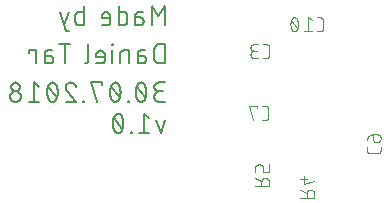
<source format=gbr>
G04 EAGLE Gerber X2 export*
%TF.Part,Single*%
%TF.FileFunction,Legend,Bot,1*%
%TF.FilePolarity,Positive*%
%TF.GenerationSoftware,Autodesk,EAGLE,9.1.1*%
%TF.CreationDate,2018-07-30T19:22:14Z*%
G75*
%MOMM*%
%FSLAX34Y34*%
%LPD*%
%AMOC8*
5,1,8,0,0,1.08239X$1,22.5*%
G01*
%ADD10C,0.152400*%
%ADD11C,0.101600*%


D10*
X283718Y445770D02*
X283718Y462026D01*
X278299Y452995D01*
X272881Y462026D01*
X272881Y445770D01*
X262672Y452092D02*
X258608Y452092D01*
X262672Y452092D02*
X262784Y452090D01*
X262895Y452084D01*
X263006Y452074D01*
X263117Y452061D01*
X263227Y452043D01*
X263336Y452021D01*
X263445Y451996D01*
X263553Y451967D01*
X263659Y451934D01*
X263765Y451897D01*
X263869Y451857D01*
X263971Y451813D01*
X264072Y451765D01*
X264171Y451714D01*
X264269Y451659D01*
X264364Y451601D01*
X264457Y451540D01*
X264548Y451475D01*
X264637Y451407D01*
X264723Y451336D01*
X264806Y451263D01*
X264887Y451186D01*
X264966Y451106D01*
X265041Y451024D01*
X265113Y450939D01*
X265183Y450852D01*
X265249Y450762D01*
X265312Y450670D01*
X265372Y450575D01*
X265428Y450479D01*
X265481Y450381D01*
X265530Y450281D01*
X265576Y450179D01*
X265618Y450076D01*
X265657Y449971D01*
X265692Y449865D01*
X265723Y449758D01*
X265750Y449650D01*
X265774Y449541D01*
X265793Y449431D01*
X265809Y449321D01*
X265821Y449210D01*
X265829Y449098D01*
X265833Y448987D01*
X265833Y448875D01*
X265829Y448764D01*
X265821Y448652D01*
X265809Y448541D01*
X265793Y448431D01*
X265774Y448321D01*
X265750Y448212D01*
X265723Y448104D01*
X265692Y447997D01*
X265657Y447891D01*
X265618Y447786D01*
X265576Y447683D01*
X265530Y447581D01*
X265481Y447481D01*
X265428Y447383D01*
X265372Y447287D01*
X265312Y447192D01*
X265249Y447100D01*
X265183Y447010D01*
X265113Y446923D01*
X265041Y446838D01*
X264966Y446756D01*
X264887Y446676D01*
X264806Y446599D01*
X264723Y446526D01*
X264637Y446455D01*
X264548Y446387D01*
X264457Y446322D01*
X264364Y446261D01*
X264269Y446203D01*
X264171Y446148D01*
X264072Y446097D01*
X263971Y446049D01*
X263869Y446005D01*
X263765Y445965D01*
X263659Y445928D01*
X263553Y445895D01*
X263445Y445866D01*
X263336Y445841D01*
X263227Y445819D01*
X263117Y445801D01*
X263006Y445788D01*
X262895Y445778D01*
X262784Y445772D01*
X262672Y445770D01*
X258608Y445770D01*
X258608Y453898D01*
X258610Y453999D01*
X258616Y454100D01*
X258625Y454201D01*
X258638Y454302D01*
X258655Y454402D01*
X258676Y454501D01*
X258700Y454599D01*
X258728Y454696D01*
X258760Y454793D01*
X258795Y454888D01*
X258834Y454981D01*
X258876Y455073D01*
X258922Y455164D01*
X258971Y455253D01*
X259023Y455339D01*
X259079Y455424D01*
X259137Y455507D01*
X259199Y455587D01*
X259264Y455665D01*
X259331Y455741D01*
X259401Y455814D01*
X259474Y455884D01*
X259550Y455951D01*
X259628Y456016D01*
X259708Y456078D01*
X259791Y456136D01*
X259876Y456192D01*
X259963Y456244D01*
X260051Y456293D01*
X260142Y456339D01*
X260234Y456381D01*
X260327Y456420D01*
X260422Y456455D01*
X260519Y456487D01*
X260616Y456515D01*
X260714Y456539D01*
X260813Y456560D01*
X260913Y456577D01*
X261014Y456590D01*
X261115Y456599D01*
X261216Y456605D01*
X261317Y456607D01*
X264930Y456607D01*
X244540Y462026D02*
X244540Y445770D01*
X249055Y445770D01*
X249156Y445772D01*
X249257Y445778D01*
X249358Y445787D01*
X249459Y445800D01*
X249559Y445817D01*
X249658Y445838D01*
X249756Y445862D01*
X249853Y445890D01*
X249950Y445922D01*
X250045Y445957D01*
X250138Y445996D01*
X250230Y446038D01*
X250321Y446084D01*
X250410Y446133D01*
X250496Y446185D01*
X250581Y446241D01*
X250664Y446299D01*
X250744Y446361D01*
X250822Y446426D01*
X250898Y446493D01*
X250971Y446563D01*
X251041Y446636D01*
X251108Y446712D01*
X251173Y446790D01*
X251235Y446870D01*
X251293Y446953D01*
X251349Y447038D01*
X251401Y447125D01*
X251450Y447213D01*
X251496Y447304D01*
X251538Y447396D01*
X251577Y447489D01*
X251612Y447584D01*
X251644Y447681D01*
X251672Y447778D01*
X251696Y447876D01*
X251717Y447975D01*
X251734Y448075D01*
X251747Y448176D01*
X251756Y448277D01*
X251762Y448378D01*
X251764Y448479D01*
X251765Y448479D02*
X251765Y453898D01*
X251764Y453898D02*
X251762Y453999D01*
X251756Y454100D01*
X251747Y454201D01*
X251734Y454302D01*
X251717Y454402D01*
X251696Y454501D01*
X251672Y454599D01*
X251644Y454696D01*
X251612Y454793D01*
X251577Y454888D01*
X251538Y454981D01*
X251496Y455073D01*
X251450Y455164D01*
X251401Y455253D01*
X251349Y455339D01*
X251293Y455424D01*
X251235Y455507D01*
X251173Y455587D01*
X251108Y455665D01*
X251041Y455741D01*
X250971Y455814D01*
X250898Y455884D01*
X250822Y455951D01*
X250744Y456016D01*
X250664Y456078D01*
X250581Y456136D01*
X250496Y456192D01*
X250410Y456244D01*
X250321Y456293D01*
X250230Y456339D01*
X250138Y456381D01*
X250045Y456420D01*
X249950Y456455D01*
X249853Y456487D01*
X249756Y456515D01*
X249658Y456539D01*
X249559Y456560D01*
X249459Y456577D01*
X249358Y456590D01*
X249257Y456599D01*
X249156Y456605D01*
X249055Y456607D01*
X244540Y456607D01*
X234914Y445770D02*
X230398Y445770D01*
X234914Y445770D02*
X235015Y445772D01*
X235116Y445778D01*
X235217Y445787D01*
X235318Y445800D01*
X235418Y445817D01*
X235517Y445838D01*
X235615Y445862D01*
X235712Y445890D01*
X235809Y445922D01*
X235904Y445957D01*
X235997Y445996D01*
X236089Y446038D01*
X236180Y446084D01*
X236269Y446133D01*
X236355Y446185D01*
X236440Y446241D01*
X236523Y446299D01*
X236603Y446361D01*
X236681Y446426D01*
X236757Y446493D01*
X236830Y446563D01*
X236900Y446636D01*
X236967Y446712D01*
X237032Y446790D01*
X237094Y446870D01*
X237152Y446953D01*
X237208Y447038D01*
X237260Y447125D01*
X237309Y447213D01*
X237355Y447304D01*
X237397Y447396D01*
X237436Y447489D01*
X237471Y447584D01*
X237503Y447681D01*
X237531Y447778D01*
X237555Y447876D01*
X237576Y447975D01*
X237593Y448075D01*
X237606Y448176D01*
X237615Y448277D01*
X237621Y448378D01*
X237623Y448479D01*
X237623Y452995D01*
X237621Y453114D01*
X237615Y453234D01*
X237605Y453353D01*
X237591Y453471D01*
X237574Y453590D01*
X237552Y453707D01*
X237527Y453824D01*
X237497Y453939D01*
X237464Y454054D01*
X237427Y454168D01*
X237387Y454280D01*
X237342Y454391D01*
X237294Y454500D01*
X237243Y454608D01*
X237188Y454714D01*
X237129Y454818D01*
X237067Y454920D01*
X237002Y455020D01*
X236933Y455118D01*
X236861Y455214D01*
X236786Y455307D01*
X236709Y455397D01*
X236628Y455485D01*
X236544Y455570D01*
X236457Y455652D01*
X236368Y455732D01*
X236276Y455808D01*
X236182Y455882D01*
X236085Y455952D01*
X235987Y456019D01*
X235886Y456083D01*
X235782Y456143D01*
X235677Y456200D01*
X235570Y456253D01*
X235462Y456303D01*
X235352Y456349D01*
X235240Y456391D01*
X235127Y456430D01*
X235013Y456465D01*
X234898Y456496D01*
X234781Y456524D01*
X234664Y456547D01*
X234547Y456567D01*
X234428Y456583D01*
X234309Y456595D01*
X234190Y456603D01*
X234071Y456607D01*
X233951Y456607D01*
X233832Y456603D01*
X233713Y456595D01*
X233594Y456583D01*
X233475Y456567D01*
X233358Y456547D01*
X233241Y456524D01*
X233124Y456496D01*
X233009Y456465D01*
X232895Y456430D01*
X232782Y456391D01*
X232670Y456349D01*
X232560Y456303D01*
X232452Y456253D01*
X232345Y456200D01*
X232240Y456143D01*
X232136Y456083D01*
X232035Y456019D01*
X231937Y455952D01*
X231840Y455882D01*
X231746Y455808D01*
X231654Y455732D01*
X231565Y455652D01*
X231478Y455570D01*
X231394Y455485D01*
X231313Y455397D01*
X231236Y455307D01*
X231161Y455214D01*
X231089Y455118D01*
X231020Y455020D01*
X230955Y454920D01*
X230893Y454818D01*
X230834Y454714D01*
X230779Y454608D01*
X230728Y454500D01*
X230680Y454391D01*
X230635Y454280D01*
X230595Y454168D01*
X230558Y454054D01*
X230525Y453939D01*
X230495Y453824D01*
X230470Y453707D01*
X230448Y453590D01*
X230431Y453471D01*
X230417Y453353D01*
X230407Y453234D01*
X230401Y453114D01*
X230399Y452995D01*
X230398Y452995D02*
X230398Y451189D01*
X237623Y451189D01*
X215145Y445770D02*
X215145Y462026D01*
X215145Y445770D02*
X210630Y445770D01*
X210526Y445772D01*
X210423Y445778D01*
X210319Y445788D01*
X210216Y445802D01*
X210114Y445820D01*
X210013Y445841D01*
X209912Y445867D01*
X209813Y445896D01*
X209714Y445929D01*
X209617Y445966D01*
X209522Y446007D01*
X209428Y446051D01*
X209336Y446099D01*
X209246Y446150D01*
X209157Y446205D01*
X209071Y446263D01*
X208988Y446325D01*
X208906Y446389D01*
X208828Y446457D01*
X208752Y446527D01*
X208678Y446600D01*
X208608Y446677D01*
X208540Y446755D01*
X208476Y446837D01*
X208414Y446920D01*
X208356Y447006D01*
X208301Y447095D01*
X208250Y447185D01*
X208202Y447277D01*
X208158Y447371D01*
X208117Y447466D01*
X208080Y447563D01*
X208047Y447662D01*
X208018Y447761D01*
X207992Y447862D01*
X207971Y447963D01*
X207953Y448065D01*
X207939Y448168D01*
X207929Y448272D01*
X207923Y448375D01*
X207921Y448479D01*
X207920Y448479D02*
X207920Y453898D01*
X207921Y453898D02*
X207923Y453999D01*
X207929Y454100D01*
X207938Y454201D01*
X207951Y454302D01*
X207968Y454402D01*
X207989Y454501D01*
X208013Y454599D01*
X208041Y454696D01*
X208073Y454793D01*
X208108Y454888D01*
X208147Y454981D01*
X208189Y455073D01*
X208235Y455164D01*
X208284Y455253D01*
X208336Y455339D01*
X208392Y455424D01*
X208450Y455507D01*
X208512Y455587D01*
X208577Y455665D01*
X208644Y455741D01*
X208714Y455814D01*
X208787Y455884D01*
X208863Y455951D01*
X208941Y456016D01*
X209021Y456078D01*
X209104Y456136D01*
X209189Y456192D01*
X209276Y456244D01*
X209364Y456293D01*
X209455Y456339D01*
X209547Y456381D01*
X209640Y456420D01*
X209735Y456455D01*
X209832Y456487D01*
X209929Y456515D01*
X210027Y456539D01*
X210126Y456560D01*
X210226Y456577D01*
X210327Y456590D01*
X210428Y456599D01*
X210529Y456605D01*
X210630Y456607D01*
X215145Y456607D01*
X202193Y440351D02*
X200386Y440351D01*
X194968Y456607D01*
X202193Y456607D02*
X198580Y445770D01*
X283718Y429514D02*
X283718Y413258D01*
X283718Y429514D02*
X279202Y429514D01*
X279071Y429512D01*
X278939Y429506D01*
X278808Y429497D01*
X278678Y429483D01*
X278547Y429466D01*
X278418Y429445D01*
X278289Y429421D01*
X278161Y429392D01*
X278033Y429360D01*
X277907Y429324D01*
X277782Y429285D01*
X277657Y429242D01*
X277535Y429195D01*
X277413Y429145D01*
X277293Y429091D01*
X277175Y429034D01*
X277059Y428973D01*
X276944Y428909D01*
X276831Y428842D01*
X276720Y428771D01*
X276612Y428697D01*
X276505Y428620D01*
X276401Y428540D01*
X276299Y428457D01*
X276200Y428372D01*
X276103Y428283D01*
X276009Y428191D01*
X275917Y428097D01*
X275828Y428000D01*
X275743Y427901D01*
X275660Y427799D01*
X275580Y427695D01*
X275503Y427588D01*
X275429Y427480D01*
X275358Y427369D01*
X275291Y427256D01*
X275227Y427141D01*
X275166Y427025D01*
X275109Y426907D01*
X275055Y426787D01*
X275005Y426665D01*
X274958Y426543D01*
X274915Y426418D01*
X274876Y426293D01*
X274840Y426167D01*
X274808Y426039D01*
X274779Y425911D01*
X274755Y425782D01*
X274734Y425653D01*
X274717Y425522D01*
X274703Y425392D01*
X274694Y425261D01*
X274688Y425129D01*
X274686Y424998D01*
X274687Y424998D02*
X274687Y417774D01*
X274686Y417774D02*
X274688Y417643D01*
X274694Y417511D01*
X274703Y417380D01*
X274717Y417250D01*
X274734Y417119D01*
X274755Y416990D01*
X274779Y416861D01*
X274808Y416733D01*
X274840Y416605D01*
X274876Y416479D01*
X274915Y416354D01*
X274958Y416229D01*
X275005Y416107D01*
X275055Y415985D01*
X275109Y415865D01*
X275166Y415747D01*
X275227Y415631D01*
X275291Y415516D01*
X275358Y415403D01*
X275429Y415292D01*
X275503Y415184D01*
X275580Y415077D01*
X275660Y414973D01*
X275743Y414871D01*
X275828Y414772D01*
X275917Y414675D01*
X276009Y414581D01*
X276103Y414489D01*
X276200Y414400D01*
X276299Y414315D01*
X276401Y414232D01*
X276505Y414152D01*
X276612Y414075D01*
X276720Y414001D01*
X276831Y413930D01*
X276944Y413863D01*
X277059Y413799D01*
X277175Y413738D01*
X277293Y413681D01*
X277413Y413627D01*
X277535Y413577D01*
X277657Y413530D01*
X277782Y413487D01*
X277907Y413448D01*
X278033Y413412D01*
X278161Y413380D01*
X278289Y413351D01*
X278418Y413327D01*
X278547Y413306D01*
X278678Y413289D01*
X278808Y413275D01*
X278939Y413266D01*
X279071Y413260D01*
X279202Y413258D01*
X283718Y413258D01*
X264617Y419580D02*
X260553Y419580D01*
X264617Y419580D02*
X264729Y419578D01*
X264840Y419572D01*
X264951Y419562D01*
X265062Y419549D01*
X265172Y419531D01*
X265281Y419509D01*
X265390Y419484D01*
X265498Y419455D01*
X265604Y419422D01*
X265710Y419385D01*
X265814Y419345D01*
X265916Y419301D01*
X266017Y419253D01*
X266116Y419202D01*
X266214Y419147D01*
X266309Y419089D01*
X266402Y419028D01*
X266493Y418963D01*
X266582Y418895D01*
X266668Y418824D01*
X266751Y418751D01*
X266832Y418674D01*
X266911Y418594D01*
X266986Y418512D01*
X267058Y418427D01*
X267128Y418340D01*
X267194Y418250D01*
X267257Y418158D01*
X267317Y418063D01*
X267373Y417967D01*
X267426Y417869D01*
X267475Y417769D01*
X267521Y417667D01*
X267563Y417564D01*
X267602Y417459D01*
X267637Y417353D01*
X267668Y417246D01*
X267695Y417138D01*
X267719Y417029D01*
X267738Y416919D01*
X267754Y416809D01*
X267766Y416698D01*
X267774Y416586D01*
X267778Y416475D01*
X267778Y416363D01*
X267774Y416252D01*
X267766Y416140D01*
X267754Y416029D01*
X267738Y415919D01*
X267719Y415809D01*
X267695Y415700D01*
X267668Y415592D01*
X267637Y415485D01*
X267602Y415379D01*
X267563Y415274D01*
X267521Y415171D01*
X267475Y415069D01*
X267426Y414969D01*
X267373Y414871D01*
X267317Y414775D01*
X267257Y414680D01*
X267194Y414588D01*
X267128Y414498D01*
X267058Y414411D01*
X266986Y414326D01*
X266911Y414244D01*
X266832Y414164D01*
X266751Y414087D01*
X266668Y414014D01*
X266582Y413943D01*
X266493Y413875D01*
X266402Y413810D01*
X266309Y413749D01*
X266214Y413691D01*
X266116Y413636D01*
X266017Y413585D01*
X265916Y413537D01*
X265814Y413493D01*
X265710Y413453D01*
X265604Y413416D01*
X265498Y413383D01*
X265390Y413354D01*
X265281Y413329D01*
X265172Y413307D01*
X265062Y413289D01*
X264951Y413276D01*
X264840Y413266D01*
X264729Y413260D01*
X264617Y413258D01*
X260553Y413258D01*
X260553Y421386D01*
X260555Y421487D01*
X260561Y421588D01*
X260570Y421689D01*
X260583Y421790D01*
X260600Y421890D01*
X260621Y421989D01*
X260645Y422087D01*
X260673Y422184D01*
X260705Y422281D01*
X260740Y422376D01*
X260779Y422469D01*
X260821Y422561D01*
X260867Y422652D01*
X260916Y422741D01*
X260968Y422827D01*
X261024Y422912D01*
X261082Y422995D01*
X261144Y423075D01*
X261209Y423153D01*
X261276Y423229D01*
X261346Y423302D01*
X261419Y423372D01*
X261495Y423439D01*
X261573Y423504D01*
X261653Y423566D01*
X261736Y423624D01*
X261821Y423680D01*
X261908Y423732D01*
X261996Y423781D01*
X262087Y423827D01*
X262179Y423869D01*
X262272Y423908D01*
X262367Y423943D01*
X262464Y423975D01*
X262561Y424003D01*
X262659Y424027D01*
X262758Y424048D01*
X262858Y424065D01*
X262959Y424078D01*
X263060Y424087D01*
X263161Y424093D01*
X263262Y424095D01*
X266875Y424095D01*
X253116Y424095D02*
X253116Y413258D01*
X253116Y424095D02*
X248600Y424095D01*
X248496Y424093D01*
X248393Y424087D01*
X248289Y424077D01*
X248186Y424063D01*
X248084Y424045D01*
X247983Y424024D01*
X247882Y423998D01*
X247783Y423969D01*
X247684Y423936D01*
X247587Y423899D01*
X247492Y423858D01*
X247398Y423814D01*
X247306Y423766D01*
X247216Y423715D01*
X247127Y423660D01*
X247041Y423602D01*
X246958Y423540D01*
X246876Y423476D01*
X246798Y423408D01*
X246722Y423338D01*
X246648Y423265D01*
X246578Y423188D01*
X246510Y423110D01*
X246446Y423028D01*
X246384Y422945D01*
X246326Y422859D01*
X246271Y422770D01*
X246220Y422680D01*
X246172Y422588D01*
X246128Y422494D01*
X246087Y422399D01*
X246050Y422302D01*
X246017Y422203D01*
X245988Y422104D01*
X245962Y422003D01*
X245941Y421902D01*
X245923Y421800D01*
X245909Y421697D01*
X245899Y421593D01*
X245893Y421490D01*
X245891Y421386D01*
X245891Y413258D01*
X239082Y413258D02*
X239082Y424095D01*
X239534Y428611D02*
X239534Y429514D01*
X238631Y429514D01*
X238631Y428611D01*
X239534Y428611D01*
X230086Y413258D02*
X225570Y413258D01*
X230086Y413258D02*
X230187Y413260D01*
X230288Y413266D01*
X230389Y413275D01*
X230490Y413288D01*
X230590Y413305D01*
X230689Y413326D01*
X230787Y413350D01*
X230884Y413378D01*
X230981Y413410D01*
X231076Y413445D01*
X231169Y413484D01*
X231261Y413526D01*
X231352Y413572D01*
X231441Y413621D01*
X231527Y413673D01*
X231612Y413729D01*
X231695Y413787D01*
X231775Y413849D01*
X231853Y413914D01*
X231929Y413981D01*
X232002Y414051D01*
X232072Y414124D01*
X232139Y414200D01*
X232204Y414278D01*
X232266Y414358D01*
X232324Y414441D01*
X232380Y414526D01*
X232432Y414613D01*
X232481Y414701D01*
X232527Y414792D01*
X232569Y414884D01*
X232608Y414977D01*
X232643Y415072D01*
X232675Y415169D01*
X232703Y415266D01*
X232727Y415364D01*
X232748Y415463D01*
X232765Y415563D01*
X232778Y415664D01*
X232787Y415765D01*
X232793Y415866D01*
X232795Y415967D01*
X232795Y420483D01*
X232793Y420602D01*
X232787Y420722D01*
X232777Y420841D01*
X232763Y420959D01*
X232746Y421078D01*
X232724Y421195D01*
X232699Y421312D01*
X232669Y421427D01*
X232636Y421542D01*
X232599Y421656D01*
X232559Y421768D01*
X232514Y421879D01*
X232466Y421988D01*
X232415Y422096D01*
X232360Y422202D01*
X232301Y422306D01*
X232239Y422408D01*
X232174Y422508D01*
X232105Y422606D01*
X232033Y422702D01*
X231958Y422795D01*
X231881Y422885D01*
X231800Y422973D01*
X231716Y423058D01*
X231629Y423140D01*
X231540Y423220D01*
X231448Y423296D01*
X231354Y423370D01*
X231257Y423440D01*
X231159Y423507D01*
X231058Y423571D01*
X230954Y423631D01*
X230849Y423688D01*
X230742Y423741D01*
X230634Y423791D01*
X230524Y423837D01*
X230412Y423879D01*
X230299Y423918D01*
X230185Y423953D01*
X230070Y423984D01*
X229953Y424012D01*
X229836Y424035D01*
X229719Y424055D01*
X229600Y424071D01*
X229481Y424083D01*
X229362Y424091D01*
X229243Y424095D01*
X229123Y424095D01*
X229004Y424091D01*
X228885Y424083D01*
X228766Y424071D01*
X228647Y424055D01*
X228530Y424035D01*
X228413Y424012D01*
X228296Y423984D01*
X228181Y423953D01*
X228067Y423918D01*
X227954Y423879D01*
X227842Y423837D01*
X227732Y423791D01*
X227624Y423741D01*
X227517Y423688D01*
X227412Y423631D01*
X227308Y423571D01*
X227207Y423507D01*
X227109Y423440D01*
X227012Y423370D01*
X226918Y423296D01*
X226826Y423220D01*
X226737Y423140D01*
X226650Y423058D01*
X226566Y422973D01*
X226485Y422885D01*
X226408Y422795D01*
X226333Y422702D01*
X226261Y422606D01*
X226192Y422508D01*
X226127Y422408D01*
X226065Y422306D01*
X226006Y422202D01*
X225951Y422096D01*
X225900Y421988D01*
X225852Y421879D01*
X225807Y421768D01*
X225767Y421656D01*
X225730Y421542D01*
X225697Y421427D01*
X225667Y421312D01*
X225642Y421195D01*
X225620Y421078D01*
X225603Y420959D01*
X225589Y420841D01*
X225579Y420722D01*
X225573Y420602D01*
X225571Y420483D01*
X225570Y420483D02*
X225570Y418677D01*
X232795Y418677D01*
X219011Y415967D02*
X219011Y429514D01*
X219011Y415967D02*
X219009Y415866D01*
X219003Y415765D01*
X218994Y415664D01*
X218981Y415563D01*
X218964Y415463D01*
X218943Y415364D01*
X218919Y415266D01*
X218891Y415169D01*
X218859Y415072D01*
X218824Y414977D01*
X218785Y414884D01*
X218743Y414792D01*
X218697Y414701D01*
X218648Y414613D01*
X218596Y414526D01*
X218540Y414441D01*
X218482Y414358D01*
X218420Y414278D01*
X218355Y414200D01*
X218288Y414124D01*
X218218Y414051D01*
X218145Y413981D01*
X218069Y413914D01*
X217991Y413849D01*
X217911Y413787D01*
X217828Y413729D01*
X217743Y413673D01*
X217657Y413621D01*
X217568Y413572D01*
X217477Y413526D01*
X217385Y413484D01*
X217292Y413445D01*
X217197Y413410D01*
X217100Y413378D01*
X217003Y413350D01*
X216905Y413326D01*
X216806Y413305D01*
X216706Y413288D01*
X216605Y413275D01*
X216504Y413266D01*
X216403Y413260D01*
X216302Y413258D01*
X198962Y413258D02*
X198962Y429514D01*
X194447Y429514D02*
X203478Y429514D01*
X185940Y419580D02*
X181876Y419580D01*
X185940Y419580D02*
X186052Y419578D01*
X186163Y419572D01*
X186274Y419562D01*
X186385Y419549D01*
X186495Y419531D01*
X186604Y419509D01*
X186713Y419484D01*
X186821Y419455D01*
X186927Y419422D01*
X187033Y419385D01*
X187137Y419345D01*
X187239Y419301D01*
X187340Y419253D01*
X187439Y419202D01*
X187537Y419147D01*
X187632Y419089D01*
X187725Y419028D01*
X187816Y418963D01*
X187905Y418895D01*
X187991Y418824D01*
X188074Y418751D01*
X188155Y418674D01*
X188234Y418594D01*
X188309Y418512D01*
X188381Y418427D01*
X188451Y418340D01*
X188517Y418250D01*
X188580Y418158D01*
X188640Y418063D01*
X188696Y417967D01*
X188749Y417869D01*
X188798Y417769D01*
X188844Y417667D01*
X188886Y417564D01*
X188925Y417459D01*
X188960Y417353D01*
X188991Y417246D01*
X189018Y417138D01*
X189042Y417029D01*
X189061Y416919D01*
X189077Y416809D01*
X189089Y416698D01*
X189097Y416586D01*
X189101Y416475D01*
X189101Y416363D01*
X189097Y416252D01*
X189089Y416140D01*
X189077Y416029D01*
X189061Y415919D01*
X189042Y415809D01*
X189018Y415700D01*
X188991Y415592D01*
X188960Y415485D01*
X188925Y415379D01*
X188886Y415274D01*
X188844Y415171D01*
X188798Y415069D01*
X188749Y414969D01*
X188696Y414871D01*
X188640Y414775D01*
X188580Y414680D01*
X188517Y414588D01*
X188451Y414498D01*
X188381Y414411D01*
X188309Y414326D01*
X188234Y414244D01*
X188155Y414164D01*
X188074Y414087D01*
X187991Y414014D01*
X187905Y413943D01*
X187816Y413875D01*
X187725Y413810D01*
X187632Y413749D01*
X187537Y413691D01*
X187439Y413636D01*
X187340Y413585D01*
X187239Y413537D01*
X187137Y413493D01*
X187033Y413453D01*
X186927Y413416D01*
X186821Y413383D01*
X186713Y413354D01*
X186604Y413329D01*
X186495Y413307D01*
X186385Y413289D01*
X186274Y413276D01*
X186163Y413266D01*
X186052Y413260D01*
X185940Y413258D01*
X181876Y413258D01*
X181876Y421386D01*
X181878Y421487D01*
X181884Y421588D01*
X181893Y421689D01*
X181906Y421790D01*
X181923Y421890D01*
X181944Y421989D01*
X181968Y422087D01*
X181996Y422184D01*
X182028Y422281D01*
X182063Y422376D01*
X182102Y422469D01*
X182144Y422561D01*
X182190Y422652D01*
X182239Y422741D01*
X182291Y422827D01*
X182347Y422912D01*
X182405Y422995D01*
X182467Y423075D01*
X182532Y423153D01*
X182599Y423229D01*
X182669Y423302D01*
X182742Y423372D01*
X182818Y423439D01*
X182896Y423504D01*
X182976Y423566D01*
X183059Y423624D01*
X183144Y423680D01*
X183231Y423732D01*
X183319Y423781D01*
X183410Y423827D01*
X183502Y423869D01*
X183595Y423908D01*
X183690Y423943D01*
X183787Y423975D01*
X183884Y424003D01*
X183982Y424027D01*
X184081Y424048D01*
X184181Y424065D01*
X184282Y424078D01*
X184383Y424087D01*
X184484Y424093D01*
X184585Y424095D01*
X188198Y424095D01*
X174354Y424095D02*
X174354Y413258D01*
X174354Y424095D02*
X168935Y424095D01*
X168935Y422289D01*
X279202Y380746D02*
X283718Y380746D01*
X279202Y380746D02*
X279069Y380748D01*
X278937Y380754D01*
X278805Y380764D01*
X278673Y380777D01*
X278541Y380795D01*
X278411Y380816D01*
X278280Y380841D01*
X278151Y380870D01*
X278023Y380903D01*
X277895Y380939D01*
X277769Y380979D01*
X277644Y381023D01*
X277520Y381071D01*
X277398Y381122D01*
X277277Y381177D01*
X277158Y381235D01*
X277040Y381297D01*
X276925Y381362D01*
X276811Y381431D01*
X276700Y381502D01*
X276591Y381578D01*
X276484Y381656D01*
X276379Y381737D01*
X276277Y381822D01*
X276177Y381909D01*
X276080Y381999D01*
X275985Y382092D01*
X275894Y382188D01*
X275805Y382286D01*
X275719Y382387D01*
X275636Y382491D01*
X275556Y382597D01*
X275480Y382705D01*
X275406Y382815D01*
X275336Y382928D01*
X275269Y383042D01*
X275206Y383159D01*
X275146Y383277D01*
X275089Y383397D01*
X275036Y383519D01*
X274987Y383642D01*
X274941Y383766D01*
X274899Y383892D01*
X274861Y384019D01*
X274826Y384147D01*
X274795Y384276D01*
X274768Y384405D01*
X274745Y384536D01*
X274725Y384667D01*
X274710Y384799D01*
X274698Y384931D01*
X274690Y385063D01*
X274686Y385196D01*
X274686Y385328D01*
X274690Y385461D01*
X274698Y385593D01*
X274710Y385725D01*
X274725Y385857D01*
X274745Y385988D01*
X274768Y386119D01*
X274795Y386248D01*
X274826Y386377D01*
X274861Y386505D01*
X274899Y386632D01*
X274941Y386758D01*
X274987Y386882D01*
X275036Y387005D01*
X275089Y387127D01*
X275146Y387247D01*
X275206Y387365D01*
X275269Y387482D01*
X275336Y387596D01*
X275406Y387709D01*
X275480Y387819D01*
X275556Y387927D01*
X275636Y388033D01*
X275719Y388137D01*
X275805Y388238D01*
X275894Y388336D01*
X275985Y388432D01*
X276080Y388525D01*
X276177Y388615D01*
X276277Y388702D01*
X276379Y388787D01*
X276484Y388868D01*
X276591Y388946D01*
X276700Y389022D01*
X276811Y389093D01*
X276925Y389162D01*
X277040Y389227D01*
X277158Y389289D01*
X277277Y389347D01*
X277398Y389402D01*
X277520Y389453D01*
X277644Y389501D01*
X277769Y389545D01*
X277895Y389585D01*
X278023Y389621D01*
X278151Y389654D01*
X278280Y389683D01*
X278411Y389708D01*
X278541Y389729D01*
X278673Y389747D01*
X278805Y389760D01*
X278937Y389770D01*
X279069Y389776D01*
X279202Y389778D01*
X278299Y397002D02*
X283718Y397002D01*
X278299Y397002D02*
X278180Y397000D01*
X278060Y396994D01*
X277941Y396984D01*
X277823Y396970D01*
X277704Y396953D01*
X277587Y396931D01*
X277470Y396906D01*
X277355Y396876D01*
X277240Y396843D01*
X277126Y396806D01*
X277014Y396766D01*
X276903Y396721D01*
X276794Y396673D01*
X276686Y396622D01*
X276580Y396567D01*
X276476Y396508D01*
X276374Y396446D01*
X276274Y396381D01*
X276176Y396312D01*
X276080Y396240D01*
X275987Y396165D01*
X275897Y396088D01*
X275809Y396007D01*
X275724Y395923D01*
X275642Y395836D01*
X275562Y395747D01*
X275486Y395655D01*
X275412Y395561D01*
X275342Y395464D01*
X275275Y395366D01*
X275211Y395265D01*
X275151Y395161D01*
X275094Y395056D01*
X275041Y394949D01*
X274991Y394841D01*
X274945Y394731D01*
X274903Y394619D01*
X274864Y394506D01*
X274829Y394392D01*
X274798Y394277D01*
X274770Y394160D01*
X274747Y394043D01*
X274727Y393926D01*
X274711Y393807D01*
X274699Y393688D01*
X274691Y393569D01*
X274687Y393450D01*
X274687Y393330D01*
X274691Y393211D01*
X274699Y393092D01*
X274711Y392973D01*
X274727Y392854D01*
X274747Y392737D01*
X274770Y392620D01*
X274798Y392503D01*
X274829Y392388D01*
X274864Y392274D01*
X274903Y392161D01*
X274945Y392049D01*
X274991Y391939D01*
X275041Y391831D01*
X275094Y391724D01*
X275151Y391619D01*
X275211Y391515D01*
X275275Y391414D01*
X275342Y391316D01*
X275412Y391219D01*
X275486Y391125D01*
X275562Y391033D01*
X275642Y390944D01*
X275724Y390857D01*
X275809Y390773D01*
X275897Y390692D01*
X275987Y390615D01*
X276080Y390540D01*
X276176Y390468D01*
X276274Y390399D01*
X276374Y390334D01*
X276476Y390272D01*
X276580Y390213D01*
X276686Y390158D01*
X276794Y390107D01*
X276903Y390059D01*
X277014Y390014D01*
X277126Y389974D01*
X277240Y389937D01*
X277355Y389904D01*
X277470Y389874D01*
X277587Y389849D01*
X277704Y389827D01*
X277823Y389810D01*
X277941Y389796D01*
X278060Y389786D01*
X278180Y389780D01*
X278299Y389778D01*
X278299Y389777D02*
X281912Y389777D01*
X268087Y388874D02*
X268083Y389194D01*
X268072Y389513D01*
X268053Y389833D01*
X268026Y390151D01*
X267992Y390469D01*
X267950Y390786D01*
X267900Y391102D01*
X267843Y391417D01*
X267779Y391730D01*
X267707Y392042D01*
X267628Y392352D01*
X267541Y392659D01*
X267447Y392965D01*
X267346Y393268D01*
X267237Y393569D01*
X267122Y393867D01*
X266999Y394163D01*
X266869Y394455D01*
X266732Y394744D01*
X266732Y394745D02*
X266693Y394853D01*
X266650Y394960D01*
X266604Y395065D01*
X266553Y395169D01*
X266500Y395271D01*
X266443Y395371D01*
X266382Y395469D01*
X266318Y395564D01*
X266251Y395658D01*
X266180Y395749D01*
X266107Y395838D01*
X266030Y395924D01*
X265951Y396007D01*
X265869Y396088D01*
X265784Y396166D01*
X265696Y396240D01*
X265606Y396312D01*
X265514Y396380D01*
X265419Y396446D01*
X265322Y396508D01*
X265223Y396566D01*
X265121Y396622D01*
X265019Y396673D01*
X264914Y396721D01*
X264808Y396766D01*
X264700Y396807D01*
X264591Y396844D01*
X264481Y396877D01*
X264369Y396906D01*
X264257Y396932D01*
X264144Y396954D01*
X264030Y396971D01*
X263916Y396985D01*
X263801Y396995D01*
X263686Y397001D01*
X263571Y397003D01*
X263571Y397002D02*
X263456Y397000D01*
X263341Y396994D01*
X263226Y396984D01*
X263112Y396970D01*
X262998Y396953D01*
X262885Y396931D01*
X262773Y396905D01*
X262661Y396876D01*
X262551Y396843D01*
X262442Y396806D01*
X262334Y396765D01*
X262228Y396720D01*
X262124Y396672D01*
X262021Y396621D01*
X261920Y396565D01*
X261820Y396507D01*
X261723Y396445D01*
X261629Y396380D01*
X261536Y396311D01*
X261446Y396239D01*
X261358Y396165D01*
X261273Y396087D01*
X261191Y396006D01*
X261112Y395923D01*
X261035Y395837D01*
X260962Y395748D01*
X260891Y395657D01*
X260824Y395563D01*
X260760Y395468D01*
X260699Y395370D01*
X260642Y395270D01*
X260589Y395168D01*
X260538Y395064D01*
X260492Y394959D01*
X260449Y394852D01*
X260410Y394744D01*
X260411Y394744D02*
X260274Y394455D01*
X260144Y394163D01*
X260021Y393867D01*
X259906Y393569D01*
X259797Y393268D01*
X259696Y392965D01*
X259602Y392659D01*
X259515Y392352D01*
X259436Y392042D01*
X259364Y391730D01*
X259300Y391417D01*
X259243Y391102D01*
X259193Y390786D01*
X259151Y390469D01*
X259117Y390151D01*
X259090Y389833D01*
X259071Y389513D01*
X259060Y389194D01*
X259056Y388874D01*
X268086Y388874D02*
X268082Y388554D01*
X268071Y388235D01*
X268052Y387915D01*
X268025Y387597D01*
X267991Y387279D01*
X267949Y386962D01*
X267899Y386646D01*
X267842Y386331D01*
X267778Y386018D01*
X267706Y385706D01*
X267627Y385396D01*
X267540Y385089D01*
X267446Y384783D01*
X267345Y384480D01*
X267236Y384179D01*
X267121Y383881D01*
X266998Y383585D01*
X266868Y383293D01*
X266731Y383004D01*
X266732Y383004D02*
X266693Y382896D01*
X266650Y382789D01*
X266604Y382684D01*
X266553Y382580D01*
X266500Y382478D01*
X266443Y382378D01*
X266382Y382280D01*
X266318Y382185D01*
X266251Y382091D01*
X266180Y382000D01*
X266107Y381911D01*
X266030Y381825D01*
X265951Y381742D01*
X265869Y381661D01*
X265784Y381583D01*
X265696Y381509D01*
X265606Y381437D01*
X265513Y381368D01*
X265419Y381303D01*
X265322Y381241D01*
X265222Y381183D01*
X265121Y381127D01*
X265019Y381076D01*
X264914Y381028D01*
X264808Y380983D01*
X264700Y380942D01*
X264591Y380905D01*
X264481Y380872D01*
X264369Y380843D01*
X264257Y380817D01*
X264144Y380795D01*
X264030Y380778D01*
X263916Y380764D01*
X263801Y380754D01*
X263686Y380748D01*
X263571Y380746D01*
X260411Y383004D02*
X260274Y383293D01*
X260144Y383585D01*
X260021Y383881D01*
X259906Y384179D01*
X259797Y384480D01*
X259696Y384783D01*
X259602Y385089D01*
X259515Y385396D01*
X259436Y385706D01*
X259364Y386018D01*
X259300Y386331D01*
X259243Y386646D01*
X259193Y386962D01*
X259151Y387279D01*
X259117Y387597D01*
X259090Y387915D01*
X259071Y388235D01*
X259060Y388554D01*
X259056Y388874D01*
X260410Y383004D02*
X260449Y382896D01*
X260492Y382789D01*
X260538Y382684D01*
X260589Y382580D01*
X260642Y382478D01*
X260700Y382378D01*
X260760Y382280D01*
X260824Y382185D01*
X260891Y382091D01*
X260962Y382000D01*
X261035Y381911D01*
X261112Y381825D01*
X261191Y381742D01*
X261273Y381661D01*
X261358Y381583D01*
X261446Y381509D01*
X261536Y381437D01*
X261629Y381368D01*
X261723Y381303D01*
X261820Y381241D01*
X261920Y381183D01*
X262021Y381127D01*
X262124Y381076D01*
X262228Y381028D01*
X262334Y380983D01*
X262442Y380942D01*
X262551Y380905D01*
X262661Y380872D01*
X262773Y380843D01*
X262885Y380817D01*
X262998Y380795D01*
X263112Y380778D01*
X263226Y380764D01*
X263341Y380754D01*
X263456Y380748D01*
X263571Y380746D01*
X267184Y384358D02*
X259959Y393390D01*
X253081Y381649D02*
X253081Y380746D01*
X253081Y381649D02*
X252178Y381649D01*
X252178Y380746D01*
X253081Y380746D01*
X246203Y388874D02*
X246199Y389194D01*
X246188Y389513D01*
X246169Y389833D01*
X246142Y390151D01*
X246108Y390469D01*
X246066Y390786D01*
X246016Y391102D01*
X245959Y391417D01*
X245895Y391730D01*
X245823Y392042D01*
X245744Y392352D01*
X245657Y392659D01*
X245563Y392965D01*
X245462Y393268D01*
X245353Y393569D01*
X245238Y393867D01*
X245115Y394163D01*
X244985Y394455D01*
X244848Y394744D01*
X244849Y394745D02*
X244810Y394853D01*
X244767Y394960D01*
X244721Y395065D01*
X244670Y395169D01*
X244617Y395271D01*
X244560Y395371D01*
X244499Y395469D01*
X244435Y395564D01*
X244368Y395658D01*
X244297Y395749D01*
X244224Y395838D01*
X244147Y395924D01*
X244068Y396007D01*
X243986Y396088D01*
X243901Y396166D01*
X243813Y396240D01*
X243723Y396312D01*
X243631Y396380D01*
X243536Y396446D01*
X243439Y396508D01*
X243340Y396566D01*
X243238Y396622D01*
X243136Y396673D01*
X243031Y396721D01*
X242925Y396766D01*
X242817Y396807D01*
X242708Y396844D01*
X242598Y396877D01*
X242486Y396906D01*
X242374Y396932D01*
X242261Y396954D01*
X242147Y396971D01*
X242033Y396985D01*
X241918Y396995D01*
X241803Y397001D01*
X241688Y397003D01*
X241688Y397002D02*
X241573Y397000D01*
X241458Y396994D01*
X241343Y396984D01*
X241229Y396970D01*
X241115Y396953D01*
X241002Y396931D01*
X240890Y396905D01*
X240778Y396876D01*
X240668Y396843D01*
X240559Y396806D01*
X240451Y396765D01*
X240345Y396720D01*
X240241Y396672D01*
X240138Y396621D01*
X240037Y396565D01*
X239937Y396507D01*
X239840Y396445D01*
X239746Y396380D01*
X239653Y396311D01*
X239563Y396239D01*
X239475Y396165D01*
X239390Y396087D01*
X239308Y396006D01*
X239229Y395923D01*
X239152Y395837D01*
X239079Y395748D01*
X239008Y395657D01*
X238941Y395563D01*
X238877Y395468D01*
X238816Y395370D01*
X238759Y395270D01*
X238706Y395168D01*
X238655Y395064D01*
X238609Y394959D01*
X238566Y394852D01*
X238527Y394744D01*
X238390Y394455D01*
X238260Y394163D01*
X238137Y393867D01*
X238022Y393569D01*
X237913Y393268D01*
X237812Y392965D01*
X237718Y392659D01*
X237631Y392352D01*
X237552Y392042D01*
X237480Y391730D01*
X237416Y391417D01*
X237359Y391102D01*
X237309Y390786D01*
X237267Y390469D01*
X237233Y390151D01*
X237206Y389833D01*
X237187Y389513D01*
X237176Y389194D01*
X237172Y388874D01*
X246203Y388874D02*
X246199Y388554D01*
X246188Y388235D01*
X246169Y387915D01*
X246142Y387597D01*
X246108Y387279D01*
X246066Y386962D01*
X246016Y386646D01*
X245959Y386331D01*
X245895Y386018D01*
X245823Y385706D01*
X245744Y385396D01*
X245657Y385089D01*
X245563Y384783D01*
X245462Y384480D01*
X245353Y384179D01*
X245238Y383881D01*
X245115Y383585D01*
X244985Y383293D01*
X244848Y383004D01*
X244849Y383004D02*
X244810Y382896D01*
X244767Y382789D01*
X244721Y382684D01*
X244670Y382580D01*
X244617Y382478D01*
X244560Y382378D01*
X244499Y382280D01*
X244435Y382185D01*
X244368Y382091D01*
X244297Y382000D01*
X244224Y381911D01*
X244147Y381825D01*
X244068Y381742D01*
X243986Y381661D01*
X243901Y381583D01*
X243813Y381509D01*
X243723Y381437D01*
X243630Y381368D01*
X243536Y381303D01*
X243439Y381241D01*
X243339Y381183D01*
X243238Y381127D01*
X243136Y381076D01*
X243031Y381028D01*
X242925Y380983D01*
X242817Y380942D01*
X242708Y380905D01*
X242598Y380872D01*
X242486Y380843D01*
X242374Y380817D01*
X242261Y380795D01*
X242147Y380778D01*
X242033Y380764D01*
X241918Y380754D01*
X241803Y380748D01*
X241688Y380746D01*
X238527Y383004D02*
X238390Y383293D01*
X238260Y383585D01*
X238137Y383881D01*
X238022Y384179D01*
X237913Y384480D01*
X237812Y384783D01*
X237718Y385089D01*
X237631Y385396D01*
X237552Y385706D01*
X237480Y386018D01*
X237416Y386331D01*
X237359Y386646D01*
X237309Y386962D01*
X237267Y387279D01*
X237233Y387597D01*
X237206Y387915D01*
X237187Y388235D01*
X237176Y388554D01*
X237172Y388874D01*
X238527Y383004D02*
X238566Y382896D01*
X238609Y382789D01*
X238655Y382684D01*
X238706Y382580D01*
X238759Y382478D01*
X238817Y382378D01*
X238877Y382280D01*
X238941Y382185D01*
X239008Y382091D01*
X239079Y382000D01*
X239152Y381911D01*
X239229Y381825D01*
X239308Y381742D01*
X239390Y381661D01*
X239475Y381583D01*
X239563Y381509D01*
X239653Y381437D01*
X239746Y381368D01*
X239840Y381303D01*
X239937Y381241D01*
X240037Y381183D01*
X240138Y381127D01*
X240241Y381076D01*
X240345Y381028D01*
X240451Y380983D01*
X240559Y380942D01*
X240668Y380905D01*
X240778Y380872D01*
X240890Y380843D01*
X241002Y380817D01*
X241115Y380795D01*
X241229Y380778D01*
X241343Y380764D01*
X241458Y380754D01*
X241573Y380748D01*
X241688Y380746D01*
X245300Y384358D02*
X238075Y393390D01*
X230572Y395196D02*
X230572Y397002D01*
X221541Y397002D01*
X226056Y380746D01*
X215566Y380746D02*
X215566Y381649D01*
X214663Y381649D01*
X214663Y380746D01*
X215566Y380746D01*
X199657Y392938D02*
X199659Y393063D01*
X199665Y393188D01*
X199674Y393313D01*
X199688Y393437D01*
X199705Y393561D01*
X199726Y393685D01*
X199751Y393807D01*
X199780Y393929D01*
X199812Y394050D01*
X199848Y394170D01*
X199888Y394289D01*
X199931Y394406D01*
X199978Y394522D01*
X200029Y394637D01*
X200083Y394749D01*
X200141Y394861D01*
X200201Y394970D01*
X200266Y395077D01*
X200333Y395183D01*
X200404Y395286D01*
X200478Y395387D01*
X200555Y395486D01*
X200635Y395582D01*
X200718Y395676D01*
X200803Y395767D01*
X200892Y395856D01*
X200983Y395941D01*
X201077Y396024D01*
X201173Y396104D01*
X201272Y396181D01*
X201373Y396255D01*
X201476Y396326D01*
X201582Y396393D01*
X201689Y396458D01*
X201798Y396518D01*
X201910Y396576D01*
X202022Y396630D01*
X202137Y396681D01*
X202253Y396728D01*
X202370Y396771D01*
X202489Y396811D01*
X202609Y396847D01*
X202730Y396879D01*
X202852Y396908D01*
X202974Y396933D01*
X203098Y396954D01*
X203222Y396971D01*
X203346Y396985D01*
X203471Y396994D01*
X203596Y397000D01*
X203721Y397002D01*
X203864Y397000D01*
X204006Y396994D01*
X204149Y396984D01*
X204291Y396971D01*
X204432Y396953D01*
X204574Y396932D01*
X204714Y396907D01*
X204854Y396878D01*
X204993Y396845D01*
X205131Y396808D01*
X205268Y396768D01*
X205403Y396724D01*
X205538Y396676D01*
X205671Y396624D01*
X205803Y396569D01*
X205933Y396510D01*
X206061Y396448D01*
X206188Y396382D01*
X206313Y396313D01*
X206436Y396241D01*
X206557Y396165D01*
X206675Y396086D01*
X206792Y396003D01*
X206906Y395918D01*
X207018Y395829D01*
X207127Y395738D01*
X207234Y395643D01*
X207339Y395546D01*
X207440Y395445D01*
X207539Y395342D01*
X207635Y395237D01*
X207728Y395128D01*
X207818Y395017D01*
X207905Y394904D01*
X207989Y394789D01*
X208069Y394671D01*
X208147Y394551D01*
X208221Y394429D01*
X208291Y394305D01*
X208359Y394179D01*
X208422Y394051D01*
X208483Y393922D01*
X208540Y393791D01*
X208593Y393659D01*
X208642Y393525D01*
X208688Y393390D01*
X201012Y389777D02*
X200918Y389869D01*
X200828Y389963D01*
X200740Y390060D01*
X200655Y390160D01*
X200573Y390262D01*
X200494Y390367D01*
X200419Y390474D01*
X200347Y390583D01*
X200278Y390694D01*
X200212Y390808D01*
X200150Y390923D01*
X200091Y391040D01*
X200036Y391159D01*
X199985Y391279D01*
X199937Y391401D01*
X199892Y391524D01*
X199852Y391648D01*
X199815Y391774D01*
X199782Y391901D01*
X199753Y392028D01*
X199727Y392157D01*
X199706Y392286D01*
X199688Y392416D01*
X199675Y392546D01*
X199665Y392676D01*
X199659Y392807D01*
X199657Y392938D01*
X201012Y389777D02*
X208688Y380746D01*
X199657Y380746D01*
X193057Y388874D02*
X193053Y389194D01*
X193042Y389513D01*
X193023Y389833D01*
X192996Y390151D01*
X192962Y390469D01*
X192920Y390786D01*
X192870Y391102D01*
X192813Y391417D01*
X192749Y391730D01*
X192677Y392042D01*
X192598Y392352D01*
X192511Y392659D01*
X192417Y392965D01*
X192316Y393268D01*
X192207Y393569D01*
X192092Y393867D01*
X191969Y394163D01*
X191839Y394455D01*
X191702Y394744D01*
X191702Y394745D02*
X191663Y394853D01*
X191620Y394960D01*
X191574Y395065D01*
X191523Y395169D01*
X191470Y395271D01*
X191413Y395371D01*
X191352Y395469D01*
X191288Y395564D01*
X191221Y395658D01*
X191150Y395749D01*
X191077Y395838D01*
X191000Y395924D01*
X190921Y396007D01*
X190839Y396088D01*
X190754Y396166D01*
X190666Y396240D01*
X190576Y396312D01*
X190484Y396380D01*
X190389Y396446D01*
X190292Y396508D01*
X190193Y396566D01*
X190091Y396622D01*
X189989Y396673D01*
X189884Y396721D01*
X189778Y396766D01*
X189670Y396807D01*
X189561Y396844D01*
X189451Y396877D01*
X189339Y396906D01*
X189227Y396932D01*
X189114Y396954D01*
X189000Y396971D01*
X188886Y396985D01*
X188771Y396995D01*
X188656Y397001D01*
X188541Y397003D01*
X188541Y397002D02*
X188426Y397000D01*
X188311Y396994D01*
X188196Y396984D01*
X188082Y396970D01*
X187968Y396953D01*
X187855Y396931D01*
X187743Y396905D01*
X187631Y396876D01*
X187521Y396843D01*
X187412Y396806D01*
X187304Y396765D01*
X187198Y396720D01*
X187094Y396672D01*
X186991Y396621D01*
X186890Y396565D01*
X186790Y396507D01*
X186693Y396445D01*
X186599Y396380D01*
X186506Y396311D01*
X186416Y396239D01*
X186328Y396165D01*
X186243Y396087D01*
X186161Y396006D01*
X186082Y395923D01*
X186005Y395837D01*
X185932Y395748D01*
X185861Y395657D01*
X185794Y395563D01*
X185730Y395468D01*
X185669Y395370D01*
X185612Y395270D01*
X185559Y395168D01*
X185508Y395064D01*
X185462Y394959D01*
X185419Y394852D01*
X185380Y394744D01*
X185381Y394744D02*
X185244Y394455D01*
X185114Y394163D01*
X184991Y393867D01*
X184876Y393569D01*
X184767Y393268D01*
X184666Y392965D01*
X184572Y392659D01*
X184485Y392352D01*
X184406Y392042D01*
X184334Y391730D01*
X184270Y391417D01*
X184213Y391102D01*
X184163Y390786D01*
X184121Y390469D01*
X184087Y390151D01*
X184060Y389833D01*
X184041Y389513D01*
X184030Y389194D01*
X184026Y388874D01*
X193057Y388874D02*
X193053Y388554D01*
X193042Y388235D01*
X193023Y387915D01*
X192996Y387597D01*
X192962Y387279D01*
X192920Y386962D01*
X192870Y386646D01*
X192813Y386331D01*
X192749Y386018D01*
X192677Y385706D01*
X192598Y385396D01*
X192511Y385089D01*
X192417Y384783D01*
X192316Y384480D01*
X192207Y384179D01*
X192092Y383881D01*
X191969Y383585D01*
X191839Y383293D01*
X191702Y383004D01*
X191663Y382896D01*
X191620Y382789D01*
X191574Y382684D01*
X191523Y382580D01*
X191470Y382478D01*
X191413Y382378D01*
X191352Y382280D01*
X191288Y382185D01*
X191221Y382091D01*
X191150Y382000D01*
X191077Y381911D01*
X191000Y381825D01*
X190921Y381742D01*
X190839Y381661D01*
X190754Y381583D01*
X190666Y381509D01*
X190576Y381437D01*
X190483Y381368D01*
X190389Y381303D01*
X190292Y381241D01*
X190192Y381183D01*
X190091Y381127D01*
X189989Y381076D01*
X189884Y381028D01*
X189778Y380983D01*
X189670Y380942D01*
X189561Y380905D01*
X189451Y380872D01*
X189339Y380843D01*
X189227Y380817D01*
X189114Y380795D01*
X189000Y380778D01*
X188886Y380764D01*
X188771Y380754D01*
X188656Y380748D01*
X188541Y380746D01*
X185381Y383004D02*
X185244Y383293D01*
X185114Y383585D01*
X184991Y383881D01*
X184876Y384179D01*
X184767Y384480D01*
X184666Y384783D01*
X184572Y385089D01*
X184485Y385396D01*
X184406Y385706D01*
X184334Y386018D01*
X184270Y386331D01*
X184213Y386646D01*
X184163Y386962D01*
X184121Y387279D01*
X184087Y387597D01*
X184060Y387915D01*
X184041Y388235D01*
X184030Y388554D01*
X184026Y388874D01*
X185380Y383004D02*
X185419Y382896D01*
X185462Y382789D01*
X185508Y382684D01*
X185559Y382580D01*
X185612Y382478D01*
X185670Y382378D01*
X185730Y382280D01*
X185794Y382185D01*
X185861Y382091D01*
X185932Y382000D01*
X186005Y381911D01*
X186082Y381825D01*
X186161Y381742D01*
X186243Y381661D01*
X186328Y381583D01*
X186416Y381509D01*
X186506Y381437D01*
X186599Y381368D01*
X186693Y381303D01*
X186790Y381241D01*
X186890Y381183D01*
X186991Y381127D01*
X187094Y381076D01*
X187198Y381028D01*
X187304Y380983D01*
X187412Y380942D01*
X187521Y380905D01*
X187631Y380872D01*
X187743Y380843D01*
X187855Y380817D01*
X187968Y380795D01*
X188082Y380778D01*
X188196Y380764D01*
X188311Y380754D01*
X188426Y380748D01*
X188541Y380746D01*
X192154Y384358D02*
X184929Y393390D01*
X177426Y393390D02*
X172910Y397002D01*
X172910Y380746D01*
X168395Y380746D02*
X177426Y380746D01*
X161795Y385262D02*
X161793Y385395D01*
X161787Y385527D01*
X161777Y385659D01*
X161764Y385791D01*
X161746Y385923D01*
X161725Y386053D01*
X161700Y386184D01*
X161671Y386313D01*
X161638Y386441D01*
X161602Y386569D01*
X161562Y386695D01*
X161518Y386820D01*
X161470Y386944D01*
X161419Y387066D01*
X161364Y387187D01*
X161306Y387306D01*
X161244Y387424D01*
X161179Y387539D01*
X161110Y387653D01*
X161039Y387764D01*
X160963Y387873D01*
X160885Y387980D01*
X160804Y388085D01*
X160719Y388187D01*
X160632Y388287D01*
X160542Y388384D01*
X160449Y388479D01*
X160353Y388570D01*
X160255Y388659D01*
X160154Y388745D01*
X160050Y388828D01*
X159944Y388908D01*
X159836Y388984D01*
X159726Y389058D01*
X159613Y389128D01*
X159499Y389195D01*
X159382Y389258D01*
X159264Y389318D01*
X159144Y389375D01*
X159022Y389428D01*
X158899Y389477D01*
X158775Y389523D01*
X158649Y389565D01*
X158522Y389603D01*
X158394Y389638D01*
X158265Y389669D01*
X158136Y389696D01*
X158005Y389719D01*
X157874Y389739D01*
X157742Y389754D01*
X157610Y389766D01*
X157478Y389774D01*
X157345Y389778D01*
X157213Y389778D01*
X157080Y389774D01*
X156948Y389766D01*
X156816Y389754D01*
X156684Y389739D01*
X156553Y389719D01*
X156422Y389696D01*
X156293Y389669D01*
X156164Y389638D01*
X156036Y389603D01*
X155909Y389565D01*
X155783Y389523D01*
X155659Y389477D01*
X155536Y389428D01*
X155414Y389375D01*
X155294Y389318D01*
X155176Y389258D01*
X155059Y389195D01*
X154945Y389128D01*
X154832Y389058D01*
X154722Y388984D01*
X154614Y388908D01*
X154508Y388828D01*
X154404Y388745D01*
X154303Y388659D01*
X154205Y388570D01*
X154109Y388479D01*
X154016Y388384D01*
X153926Y388287D01*
X153839Y388187D01*
X153754Y388085D01*
X153673Y387980D01*
X153595Y387873D01*
X153519Y387764D01*
X153448Y387653D01*
X153379Y387539D01*
X153314Y387424D01*
X153252Y387306D01*
X153194Y387187D01*
X153139Y387066D01*
X153088Y386944D01*
X153040Y386820D01*
X152996Y386695D01*
X152956Y386569D01*
X152920Y386441D01*
X152887Y386313D01*
X152858Y386184D01*
X152833Y386053D01*
X152812Y385923D01*
X152794Y385791D01*
X152781Y385659D01*
X152771Y385527D01*
X152765Y385395D01*
X152763Y385262D01*
X152765Y385129D01*
X152771Y384997D01*
X152781Y384865D01*
X152794Y384733D01*
X152812Y384601D01*
X152833Y384471D01*
X152858Y384340D01*
X152887Y384211D01*
X152920Y384083D01*
X152956Y383955D01*
X152996Y383829D01*
X153040Y383704D01*
X153088Y383580D01*
X153139Y383458D01*
X153194Y383337D01*
X153252Y383218D01*
X153314Y383100D01*
X153379Y382985D01*
X153448Y382871D01*
X153519Y382760D01*
X153595Y382651D01*
X153673Y382544D01*
X153754Y382439D01*
X153839Y382337D01*
X153926Y382237D01*
X154016Y382140D01*
X154109Y382045D01*
X154205Y381954D01*
X154303Y381865D01*
X154404Y381779D01*
X154508Y381696D01*
X154614Y381616D01*
X154722Y381540D01*
X154832Y381466D01*
X154945Y381396D01*
X155059Y381329D01*
X155176Y381266D01*
X155294Y381206D01*
X155414Y381149D01*
X155536Y381096D01*
X155659Y381047D01*
X155783Y381001D01*
X155909Y380959D01*
X156036Y380921D01*
X156164Y380886D01*
X156293Y380855D01*
X156422Y380828D01*
X156553Y380805D01*
X156684Y380785D01*
X156816Y380770D01*
X156948Y380758D01*
X157080Y380750D01*
X157213Y380746D01*
X157345Y380746D01*
X157478Y380750D01*
X157610Y380758D01*
X157742Y380770D01*
X157874Y380785D01*
X158005Y380805D01*
X158136Y380828D01*
X158265Y380855D01*
X158394Y380886D01*
X158522Y380921D01*
X158649Y380959D01*
X158775Y381001D01*
X158899Y381047D01*
X159022Y381096D01*
X159144Y381149D01*
X159264Y381206D01*
X159382Y381266D01*
X159499Y381329D01*
X159613Y381396D01*
X159726Y381466D01*
X159836Y381540D01*
X159944Y381616D01*
X160050Y381696D01*
X160154Y381779D01*
X160255Y381865D01*
X160353Y381954D01*
X160449Y382045D01*
X160542Y382140D01*
X160632Y382237D01*
X160719Y382337D01*
X160804Y382439D01*
X160885Y382544D01*
X160963Y382651D01*
X161039Y382760D01*
X161110Y382871D01*
X161179Y382985D01*
X161244Y383100D01*
X161306Y383218D01*
X161364Y383337D01*
X161419Y383458D01*
X161470Y383580D01*
X161518Y383704D01*
X161562Y383829D01*
X161602Y383955D01*
X161638Y384083D01*
X161671Y384211D01*
X161700Y384340D01*
X161725Y384471D01*
X161746Y384601D01*
X161764Y384733D01*
X161777Y384865D01*
X161787Y384997D01*
X161793Y385129D01*
X161795Y385262D01*
X160891Y393390D02*
X160889Y393509D01*
X160883Y393629D01*
X160873Y393748D01*
X160859Y393866D01*
X160842Y393985D01*
X160820Y394102D01*
X160795Y394219D01*
X160765Y394334D01*
X160732Y394449D01*
X160695Y394563D01*
X160655Y394675D01*
X160610Y394786D01*
X160562Y394895D01*
X160511Y395003D01*
X160456Y395109D01*
X160397Y395213D01*
X160335Y395315D01*
X160270Y395415D01*
X160201Y395513D01*
X160129Y395609D01*
X160054Y395702D01*
X159977Y395792D01*
X159896Y395880D01*
X159812Y395965D01*
X159725Y396047D01*
X159636Y396127D01*
X159544Y396203D01*
X159450Y396277D01*
X159353Y396347D01*
X159255Y396414D01*
X159154Y396478D01*
X159050Y396538D01*
X158945Y396595D01*
X158838Y396648D01*
X158730Y396698D01*
X158620Y396744D01*
X158508Y396786D01*
X158395Y396825D01*
X158281Y396860D01*
X158166Y396891D01*
X158049Y396919D01*
X157932Y396942D01*
X157815Y396962D01*
X157696Y396978D01*
X157577Y396990D01*
X157458Y396998D01*
X157339Y397002D01*
X157219Y397002D01*
X157100Y396998D01*
X156981Y396990D01*
X156862Y396978D01*
X156743Y396962D01*
X156626Y396942D01*
X156509Y396919D01*
X156392Y396891D01*
X156277Y396860D01*
X156163Y396825D01*
X156050Y396786D01*
X155938Y396744D01*
X155828Y396698D01*
X155720Y396648D01*
X155613Y396595D01*
X155508Y396538D01*
X155404Y396478D01*
X155303Y396414D01*
X155205Y396347D01*
X155108Y396277D01*
X155014Y396203D01*
X154922Y396127D01*
X154833Y396047D01*
X154746Y395965D01*
X154662Y395880D01*
X154581Y395792D01*
X154504Y395702D01*
X154429Y395609D01*
X154357Y395513D01*
X154288Y395415D01*
X154223Y395315D01*
X154161Y395213D01*
X154102Y395109D01*
X154047Y395003D01*
X153996Y394895D01*
X153948Y394786D01*
X153903Y394675D01*
X153863Y394563D01*
X153826Y394449D01*
X153793Y394334D01*
X153763Y394219D01*
X153738Y394102D01*
X153716Y393985D01*
X153699Y393866D01*
X153685Y393748D01*
X153675Y393629D01*
X153669Y393509D01*
X153667Y393390D01*
X153669Y393271D01*
X153675Y393151D01*
X153685Y393032D01*
X153699Y392914D01*
X153716Y392795D01*
X153738Y392678D01*
X153763Y392561D01*
X153793Y392446D01*
X153826Y392331D01*
X153863Y392217D01*
X153903Y392105D01*
X153948Y391994D01*
X153996Y391885D01*
X154047Y391777D01*
X154102Y391671D01*
X154161Y391567D01*
X154223Y391465D01*
X154288Y391365D01*
X154357Y391267D01*
X154429Y391171D01*
X154504Y391078D01*
X154581Y390988D01*
X154662Y390900D01*
X154746Y390815D01*
X154833Y390733D01*
X154922Y390653D01*
X155014Y390577D01*
X155108Y390503D01*
X155205Y390433D01*
X155303Y390366D01*
X155404Y390302D01*
X155508Y390242D01*
X155613Y390185D01*
X155720Y390132D01*
X155828Y390082D01*
X155938Y390036D01*
X156050Y389994D01*
X156163Y389955D01*
X156277Y389920D01*
X156392Y389889D01*
X156509Y389861D01*
X156626Y389838D01*
X156743Y389818D01*
X156862Y389802D01*
X156981Y389790D01*
X157100Y389782D01*
X157219Y389778D01*
X157339Y389778D01*
X157458Y389782D01*
X157577Y389790D01*
X157696Y389802D01*
X157815Y389818D01*
X157932Y389838D01*
X158049Y389861D01*
X158166Y389889D01*
X158281Y389920D01*
X158395Y389955D01*
X158508Y389994D01*
X158620Y390036D01*
X158730Y390082D01*
X158838Y390132D01*
X158945Y390185D01*
X159050Y390242D01*
X159154Y390302D01*
X159255Y390366D01*
X159353Y390433D01*
X159450Y390503D01*
X159544Y390577D01*
X159636Y390653D01*
X159725Y390733D01*
X159812Y390815D01*
X159896Y390900D01*
X159977Y390988D01*
X160054Y391078D01*
X160129Y391171D01*
X160201Y391267D01*
X160270Y391365D01*
X160335Y391465D01*
X160397Y391567D01*
X160456Y391671D01*
X160511Y391777D01*
X160562Y391885D01*
X160610Y391994D01*
X160655Y392105D01*
X160695Y392217D01*
X160732Y392331D01*
X160765Y392446D01*
X160795Y392561D01*
X160820Y392678D01*
X160842Y392795D01*
X160859Y392914D01*
X160873Y393032D01*
X160883Y393151D01*
X160889Y393271D01*
X160891Y393390D01*
X280106Y354330D02*
X283718Y365167D01*
X276493Y365167D02*
X280106Y354330D01*
X270553Y366974D02*
X266038Y370586D01*
X266038Y354330D01*
X270553Y354330D02*
X261522Y354330D01*
X255547Y354330D02*
X255547Y355233D01*
X254644Y355233D01*
X254644Y354330D01*
X255547Y354330D01*
X248669Y362458D02*
X248665Y362778D01*
X248654Y363097D01*
X248635Y363417D01*
X248608Y363735D01*
X248574Y364053D01*
X248532Y364370D01*
X248482Y364686D01*
X248425Y365001D01*
X248361Y365314D01*
X248289Y365626D01*
X248210Y365936D01*
X248123Y366243D01*
X248029Y366549D01*
X247928Y366852D01*
X247819Y367153D01*
X247704Y367451D01*
X247581Y367747D01*
X247451Y368039D01*
X247314Y368328D01*
X247315Y368329D02*
X247276Y368437D01*
X247233Y368544D01*
X247187Y368649D01*
X247136Y368753D01*
X247083Y368855D01*
X247026Y368955D01*
X246965Y369053D01*
X246901Y369148D01*
X246834Y369242D01*
X246763Y369333D01*
X246690Y369422D01*
X246613Y369508D01*
X246534Y369591D01*
X246452Y369672D01*
X246367Y369750D01*
X246279Y369824D01*
X246189Y369896D01*
X246097Y369964D01*
X246002Y370030D01*
X245905Y370092D01*
X245806Y370150D01*
X245704Y370206D01*
X245602Y370257D01*
X245497Y370305D01*
X245391Y370350D01*
X245283Y370391D01*
X245174Y370428D01*
X245064Y370461D01*
X244952Y370490D01*
X244840Y370516D01*
X244727Y370538D01*
X244613Y370555D01*
X244499Y370569D01*
X244384Y370579D01*
X244269Y370585D01*
X244154Y370587D01*
X244154Y370586D02*
X244039Y370584D01*
X243924Y370578D01*
X243809Y370568D01*
X243695Y370554D01*
X243581Y370537D01*
X243468Y370515D01*
X243356Y370489D01*
X243244Y370460D01*
X243134Y370427D01*
X243025Y370390D01*
X242917Y370349D01*
X242811Y370304D01*
X242707Y370256D01*
X242604Y370205D01*
X242503Y370149D01*
X242403Y370091D01*
X242306Y370029D01*
X242212Y369964D01*
X242119Y369895D01*
X242029Y369823D01*
X241941Y369749D01*
X241856Y369671D01*
X241774Y369590D01*
X241695Y369507D01*
X241618Y369421D01*
X241545Y369332D01*
X241474Y369241D01*
X241407Y369147D01*
X241343Y369052D01*
X241282Y368954D01*
X241225Y368854D01*
X241172Y368752D01*
X241121Y368648D01*
X241075Y368543D01*
X241032Y368436D01*
X240993Y368328D01*
X240856Y368039D01*
X240726Y367747D01*
X240603Y367451D01*
X240488Y367153D01*
X240379Y366852D01*
X240278Y366549D01*
X240184Y366243D01*
X240097Y365936D01*
X240018Y365626D01*
X239946Y365314D01*
X239882Y365001D01*
X239825Y364686D01*
X239775Y364370D01*
X239733Y364053D01*
X239699Y363735D01*
X239672Y363417D01*
X239653Y363097D01*
X239642Y362778D01*
X239638Y362458D01*
X248669Y362458D02*
X248665Y362138D01*
X248654Y361819D01*
X248635Y361499D01*
X248608Y361181D01*
X248574Y360863D01*
X248532Y360546D01*
X248482Y360230D01*
X248425Y359915D01*
X248361Y359602D01*
X248289Y359290D01*
X248210Y358980D01*
X248123Y358673D01*
X248029Y358367D01*
X247928Y358064D01*
X247819Y357763D01*
X247704Y357465D01*
X247581Y357169D01*
X247451Y356877D01*
X247314Y356588D01*
X247315Y356588D02*
X247276Y356480D01*
X247233Y356373D01*
X247187Y356268D01*
X247136Y356164D01*
X247083Y356062D01*
X247026Y355962D01*
X246965Y355864D01*
X246901Y355769D01*
X246834Y355675D01*
X246763Y355584D01*
X246690Y355495D01*
X246613Y355409D01*
X246534Y355326D01*
X246452Y355245D01*
X246367Y355167D01*
X246279Y355093D01*
X246189Y355021D01*
X246096Y354952D01*
X246002Y354887D01*
X245905Y354825D01*
X245805Y354767D01*
X245704Y354711D01*
X245602Y354660D01*
X245497Y354612D01*
X245391Y354567D01*
X245283Y354526D01*
X245174Y354489D01*
X245064Y354456D01*
X244952Y354427D01*
X244840Y354401D01*
X244727Y354379D01*
X244613Y354362D01*
X244499Y354348D01*
X244384Y354338D01*
X244269Y354332D01*
X244154Y354330D01*
X240994Y356588D02*
X240857Y356877D01*
X240727Y357169D01*
X240604Y357465D01*
X240489Y357763D01*
X240380Y358064D01*
X240279Y358367D01*
X240185Y358673D01*
X240098Y358980D01*
X240019Y359290D01*
X239947Y359602D01*
X239883Y359915D01*
X239826Y360230D01*
X239776Y360546D01*
X239734Y360863D01*
X239700Y361181D01*
X239673Y361499D01*
X239654Y361819D01*
X239643Y362138D01*
X239639Y362458D01*
X240993Y356588D02*
X241032Y356480D01*
X241075Y356373D01*
X241121Y356268D01*
X241172Y356164D01*
X241225Y356062D01*
X241283Y355962D01*
X241343Y355864D01*
X241407Y355769D01*
X241474Y355675D01*
X241545Y355584D01*
X241618Y355495D01*
X241695Y355409D01*
X241774Y355326D01*
X241856Y355245D01*
X241941Y355167D01*
X242029Y355093D01*
X242119Y355021D01*
X242212Y354952D01*
X242306Y354887D01*
X242403Y354825D01*
X242503Y354767D01*
X242604Y354711D01*
X242707Y354660D01*
X242811Y354612D01*
X242917Y354567D01*
X243025Y354526D01*
X243134Y354489D01*
X243244Y354456D01*
X243356Y354427D01*
X243468Y354401D01*
X243581Y354379D01*
X243695Y354362D01*
X243809Y354348D01*
X243924Y354338D01*
X244039Y354332D01*
X244154Y354330D01*
X247766Y357942D02*
X240541Y366974D01*
D11*
X398508Y299544D02*
X410192Y299544D01*
X410192Y302790D01*
X410190Y302903D01*
X410184Y303016D01*
X410174Y303129D01*
X410160Y303242D01*
X410143Y303354D01*
X410121Y303465D01*
X410096Y303575D01*
X410066Y303685D01*
X410033Y303793D01*
X409996Y303900D01*
X409956Y304006D01*
X409911Y304110D01*
X409863Y304213D01*
X409812Y304314D01*
X409757Y304413D01*
X409699Y304510D01*
X409637Y304605D01*
X409572Y304698D01*
X409504Y304788D01*
X409433Y304876D01*
X409358Y304962D01*
X409281Y305045D01*
X409201Y305125D01*
X409118Y305202D01*
X409032Y305277D01*
X408944Y305348D01*
X408854Y305416D01*
X408761Y305481D01*
X408666Y305543D01*
X408569Y305601D01*
X408470Y305656D01*
X408369Y305707D01*
X408266Y305755D01*
X408162Y305800D01*
X408056Y305840D01*
X407949Y305877D01*
X407841Y305910D01*
X407731Y305940D01*
X407621Y305965D01*
X407510Y305987D01*
X407398Y306004D01*
X407285Y306018D01*
X407172Y306028D01*
X407059Y306034D01*
X406946Y306036D01*
X406833Y306034D01*
X406720Y306028D01*
X406607Y306018D01*
X406494Y306004D01*
X406382Y305987D01*
X406271Y305965D01*
X406161Y305940D01*
X406051Y305910D01*
X405943Y305877D01*
X405836Y305840D01*
X405730Y305800D01*
X405626Y305755D01*
X405523Y305707D01*
X405422Y305656D01*
X405323Y305601D01*
X405226Y305543D01*
X405131Y305481D01*
X405038Y305416D01*
X404948Y305348D01*
X404860Y305277D01*
X404774Y305202D01*
X404691Y305125D01*
X404611Y305045D01*
X404534Y304962D01*
X404459Y304876D01*
X404388Y304788D01*
X404320Y304698D01*
X404255Y304605D01*
X404193Y304510D01*
X404135Y304413D01*
X404080Y304314D01*
X404029Y304213D01*
X403981Y304110D01*
X403936Y304006D01*
X403896Y303900D01*
X403859Y303793D01*
X403826Y303685D01*
X403796Y303575D01*
X403771Y303465D01*
X403749Y303354D01*
X403732Y303242D01*
X403718Y303129D01*
X403708Y303016D01*
X403702Y302903D01*
X403700Y302790D01*
X403701Y302790D02*
X403701Y299544D01*
X403701Y303439D02*
X398508Y306035D01*
X401104Y310900D02*
X410192Y313497D01*
X401104Y310900D02*
X401104Y317391D01*
X403701Y315444D02*
X398508Y315444D01*
X371892Y309704D02*
X360208Y309704D01*
X371892Y309704D02*
X371892Y312950D01*
X371890Y313063D01*
X371884Y313176D01*
X371874Y313289D01*
X371860Y313402D01*
X371843Y313514D01*
X371821Y313625D01*
X371796Y313735D01*
X371766Y313845D01*
X371733Y313953D01*
X371696Y314060D01*
X371656Y314166D01*
X371611Y314270D01*
X371563Y314373D01*
X371512Y314474D01*
X371457Y314573D01*
X371399Y314670D01*
X371337Y314765D01*
X371272Y314858D01*
X371204Y314948D01*
X371133Y315036D01*
X371058Y315122D01*
X370981Y315205D01*
X370901Y315285D01*
X370818Y315362D01*
X370732Y315437D01*
X370644Y315508D01*
X370554Y315576D01*
X370461Y315641D01*
X370366Y315703D01*
X370269Y315761D01*
X370170Y315816D01*
X370069Y315867D01*
X369966Y315915D01*
X369862Y315960D01*
X369756Y316000D01*
X369649Y316037D01*
X369541Y316070D01*
X369431Y316100D01*
X369321Y316125D01*
X369210Y316147D01*
X369098Y316164D01*
X368985Y316178D01*
X368872Y316188D01*
X368759Y316194D01*
X368646Y316196D01*
X368533Y316194D01*
X368420Y316188D01*
X368307Y316178D01*
X368194Y316164D01*
X368082Y316147D01*
X367971Y316125D01*
X367861Y316100D01*
X367751Y316070D01*
X367643Y316037D01*
X367536Y316000D01*
X367430Y315960D01*
X367326Y315915D01*
X367223Y315867D01*
X367122Y315816D01*
X367023Y315761D01*
X366926Y315703D01*
X366831Y315641D01*
X366738Y315576D01*
X366648Y315508D01*
X366560Y315437D01*
X366474Y315362D01*
X366391Y315285D01*
X366311Y315205D01*
X366234Y315122D01*
X366159Y315036D01*
X366088Y314948D01*
X366020Y314858D01*
X365955Y314765D01*
X365893Y314670D01*
X365835Y314573D01*
X365780Y314474D01*
X365729Y314373D01*
X365681Y314270D01*
X365636Y314166D01*
X365596Y314060D01*
X365559Y313953D01*
X365526Y313845D01*
X365496Y313735D01*
X365471Y313625D01*
X365449Y313514D01*
X365432Y313402D01*
X365418Y313289D01*
X365408Y313176D01*
X365402Y313063D01*
X365400Y312950D01*
X365401Y312950D02*
X365401Y309704D01*
X365401Y313599D02*
X360208Y316195D01*
X360208Y321060D02*
X360208Y324955D01*
X360210Y325054D01*
X360216Y325154D01*
X360225Y325253D01*
X360238Y325351D01*
X360255Y325449D01*
X360276Y325547D01*
X360301Y325643D01*
X360329Y325738D01*
X360361Y325832D01*
X360396Y325925D01*
X360435Y326017D01*
X360478Y326107D01*
X360523Y326195D01*
X360573Y326282D01*
X360625Y326366D01*
X360681Y326449D01*
X360739Y326529D01*
X360801Y326607D01*
X360866Y326682D01*
X360934Y326755D01*
X361004Y326825D01*
X361077Y326893D01*
X361152Y326958D01*
X361230Y327020D01*
X361310Y327078D01*
X361393Y327134D01*
X361477Y327186D01*
X361564Y327236D01*
X361652Y327281D01*
X361742Y327324D01*
X361834Y327363D01*
X361927Y327398D01*
X362021Y327430D01*
X362116Y327458D01*
X362212Y327483D01*
X362310Y327504D01*
X362408Y327521D01*
X362506Y327534D01*
X362605Y327543D01*
X362705Y327549D01*
X362804Y327551D01*
X364103Y327551D01*
X364202Y327549D01*
X364302Y327543D01*
X364401Y327534D01*
X364499Y327521D01*
X364597Y327504D01*
X364695Y327483D01*
X364791Y327458D01*
X364886Y327430D01*
X364980Y327398D01*
X365073Y327363D01*
X365165Y327324D01*
X365255Y327281D01*
X365343Y327236D01*
X365430Y327186D01*
X365514Y327134D01*
X365597Y327078D01*
X365677Y327020D01*
X365755Y326958D01*
X365830Y326893D01*
X365903Y326825D01*
X365973Y326755D01*
X366041Y326682D01*
X366106Y326607D01*
X366168Y326529D01*
X366226Y326449D01*
X366282Y326366D01*
X366334Y326282D01*
X366384Y326195D01*
X366429Y326107D01*
X366472Y326017D01*
X366511Y325925D01*
X366546Y325832D01*
X366578Y325738D01*
X366606Y325643D01*
X366631Y325547D01*
X366652Y325449D01*
X366669Y325351D01*
X366682Y325253D01*
X366691Y325154D01*
X366697Y325054D01*
X366699Y324955D01*
X366699Y321060D01*
X371892Y321060D01*
X371892Y327551D01*
X454808Y339604D02*
X454808Y342201D01*
X454808Y339604D02*
X454810Y339505D01*
X454816Y339405D01*
X454825Y339306D01*
X454838Y339208D01*
X454855Y339110D01*
X454876Y339012D01*
X454901Y338916D01*
X454929Y338821D01*
X454961Y338727D01*
X454996Y338634D01*
X455035Y338542D01*
X455078Y338452D01*
X455123Y338364D01*
X455173Y338277D01*
X455225Y338193D01*
X455281Y338110D01*
X455339Y338030D01*
X455401Y337952D01*
X455466Y337877D01*
X455534Y337804D01*
X455604Y337734D01*
X455677Y337666D01*
X455752Y337601D01*
X455830Y337539D01*
X455910Y337481D01*
X455993Y337425D01*
X456077Y337373D01*
X456164Y337323D01*
X456252Y337278D01*
X456342Y337235D01*
X456434Y337196D01*
X456527Y337161D01*
X456621Y337129D01*
X456716Y337101D01*
X456812Y337076D01*
X456910Y337055D01*
X457008Y337038D01*
X457106Y337025D01*
X457205Y337016D01*
X457305Y337010D01*
X457404Y337008D01*
X463896Y337008D01*
X463995Y337010D01*
X464095Y337016D01*
X464194Y337025D01*
X464292Y337038D01*
X464390Y337055D01*
X464488Y337076D01*
X464584Y337101D01*
X464679Y337129D01*
X464773Y337161D01*
X464866Y337196D01*
X464958Y337235D01*
X465048Y337278D01*
X465136Y337323D01*
X465223Y337373D01*
X465307Y337425D01*
X465390Y337481D01*
X465470Y337539D01*
X465548Y337601D01*
X465623Y337666D01*
X465696Y337734D01*
X465766Y337804D01*
X465834Y337877D01*
X465899Y337952D01*
X465961Y338030D01*
X466019Y338110D01*
X466075Y338193D01*
X466127Y338277D01*
X466177Y338364D01*
X466222Y338452D01*
X466265Y338542D01*
X466304Y338634D01*
X466339Y338726D01*
X466371Y338821D01*
X466399Y338916D01*
X466424Y339012D01*
X466445Y339110D01*
X466462Y339208D01*
X466475Y339306D01*
X466484Y339405D01*
X466490Y339505D01*
X466492Y339604D01*
X466492Y342201D01*
X460001Y349163D02*
X460001Y353057D01*
X460001Y349163D02*
X460003Y349064D01*
X460009Y348964D01*
X460018Y348865D01*
X460031Y348767D01*
X460048Y348669D01*
X460069Y348571D01*
X460094Y348475D01*
X460122Y348380D01*
X460154Y348286D01*
X460189Y348193D01*
X460228Y348101D01*
X460271Y348011D01*
X460316Y347923D01*
X460366Y347836D01*
X460418Y347752D01*
X460474Y347669D01*
X460532Y347589D01*
X460594Y347511D01*
X460659Y347436D01*
X460727Y347363D01*
X460797Y347293D01*
X460870Y347225D01*
X460945Y347160D01*
X461023Y347098D01*
X461103Y347040D01*
X461186Y346984D01*
X461270Y346932D01*
X461357Y346882D01*
X461445Y346837D01*
X461535Y346794D01*
X461627Y346755D01*
X461720Y346720D01*
X461814Y346688D01*
X461909Y346660D01*
X462005Y346635D01*
X462103Y346614D01*
X462201Y346597D01*
X462299Y346584D01*
X462398Y346575D01*
X462498Y346569D01*
X462597Y346567D01*
X462597Y346566D02*
X463246Y346566D01*
X463359Y346568D01*
X463472Y346574D01*
X463585Y346584D01*
X463698Y346598D01*
X463810Y346615D01*
X463921Y346637D01*
X464031Y346662D01*
X464141Y346692D01*
X464249Y346725D01*
X464356Y346762D01*
X464462Y346802D01*
X464566Y346847D01*
X464669Y346895D01*
X464770Y346946D01*
X464869Y347001D01*
X464966Y347059D01*
X465061Y347121D01*
X465154Y347186D01*
X465244Y347254D01*
X465332Y347325D01*
X465418Y347400D01*
X465501Y347477D01*
X465581Y347557D01*
X465658Y347640D01*
X465733Y347726D01*
X465804Y347814D01*
X465872Y347904D01*
X465937Y347997D01*
X465999Y348092D01*
X466057Y348189D01*
X466112Y348288D01*
X466163Y348389D01*
X466211Y348492D01*
X466256Y348596D01*
X466296Y348702D01*
X466333Y348809D01*
X466366Y348917D01*
X466396Y349027D01*
X466421Y349137D01*
X466443Y349248D01*
X466460Y349360D01*
X466474Y349473D01*
X466484Y349586D01*
X466490Y349699D01*
X466492Y349812D01*
X466490Y349925D01*
X466484Y350038D01*
X466474Y350151D01*
X466460Y350264D01*
X466443Y350376D01*
X466421Y350487D01*
X466396Y350597D01*
X466366Y350707D01*
X466333Y350815D01*
X466296Y350922D01*
X466256Y351028D01*
X466211Y351132D01*
X466163Y351235D01*
X466112Y351336D01*
X466057Y351435D01*
X465999Y351532D01*
X465937Y351627D01*
X465872Y351720D01*
X465804Y351810D01*
X465733Y351898D01*
X465658Y351984D01*
X465581Y352067D01*
X465501Y352147D01*
X465418Y352224D01*
X465332Y352299D01*
X465244Y352370D01*
X465154Y352438D01*
X465061Y352503D01*
X464966Y352565D01*
X464869Y352623D01*
X464770Y352678D01*
X464669Y352729D01*
X464566Y352777D01*
X464462Y352822D01*
X464356Y352862D01*
X464249Y352899D01*
X464141Y352932D01*
X464031Y352962D01*
X463921Y352987D01*
X463810Y353009D01*
X463698Y353026D01*
X463585Y353040D01*
X463472Y353050D01*
X463359Y353056D01*
X463246Y353058D01*
X463246Y353057D02*
X460001Y353057D01*
X459858Y353055D01*
X459715Y353049D01*
X459572Y353039D01*
X459430Y353025D01*
X459288Y353008D01*
X459146Y352986D01*
X459005Y352961D01*
X458865Y352931D01*
X458726Y352898D01*
X458588Y352861D01*
X458451Y352820D01*
X458315Y352776D01*
X458180Y352727D01*
X458047Y352675D01*
X457915Y352620D01*
X457785Y352560D01*
X457656Y352497D01*
X457529Y352431D01*
X457405Y352361D01*
X457282Y352288D01*
X457161Y352211D01*
X457042Y352131D01*
X456926Y352048D01*
X456811Y351962D01*
X456700Y351873D01*
X456590Y351780D01*
X456484Y351685D01*
X456380Y351586D01*
X456279Y351485D01*
X456180Y351381D01*
X456085Y351275D01*
X455992Y351165D01*
X455903Y351054D01*
X455817Y350939D01*
X455734Y350823D01*
X455654Y350704D01*
X455577Y350583D01*
X455504Y350461D01*
X455434Y350336D01*
X455368Y350209D01*
X455305Y350080D01*
X455245Y349950D01*
X455190Y349818D01*
X455138Y349685D01*
X455089Y349550D01*
X455045Y349414D01*
X455004Y349277D01*
X454967Y349139D01*
X454934Y349000D01*
X454904Y348860D01*
X454879Y348719D01*
X454857Y348577D01*
X454840Y348435D01*
X454826Y348293D01*
X454816Y348150D01*
X454810Y348007D01*
X454808Y347864D01*
X414896Y440408D02*
X412299Y440408D01*
X414896Y440408D02*
X414995Y440410D01*
X415095Y440416D01*
X415194Y440425D01*
X415292Y440438D01*
X415390Y440455D01*
X415488Y440476D01*
X415584Y440501D01*
X415679Y440529D01*
X415773Y440561D01*
X415866Y440596D01*
X415958Y440635D01*
X416048Y440678D01*
X416136Y440723D01*
X416223Y440773D01*
X416307Y440825D01*
X416390Y440881D01*
X416470Y440939D01*
X416548Y441001D01*
X416623Y441066D01*
X416696Y441134D01*
X416766Y441204D01*
X416834Y441277D01*
X416899Y441352D01*
X416961Y441430D01*
X417019Y441510D01*
X417075Y441593D01*
X417127Y441677D01*
X417177Y441764D01*
X417222Y441852D01*
X417265Y441942D01*
X417304Y442034D01*
X417339Y442127D01*
X417371Y442221D01*
X417399Y442316D01*
X417424Y442412D01*
X417445Y442510D01*
X417462Y442608D01*
X417475Y442706D01*
X417484Y442805D01*
X417490Y442905D01*
X417492Y443004D01*
X417492Y449496D01*
X417490Y449595D01*
X417484Y449695D01*
X417475Y449794D01*
X417462Y449892D01*
X417445Y449990D01*
X417424Y450088D01*
X417399Y450184D01*
X417371Y450279D01*
X417339Y450373D01*
X417304Y450466D01*
X417265Y450558D01*
X417222Y450648D01*
X417177Y450736D01*
X417127Y450823D01*
X417075Y450907D01*
X417019Y450990D01*
X416961Y451070D01*
X416899Y451148D01*
X416834Y451223D01*
X416766Y451296D01*
X416696Y451366D01*
X416623Y451434D01*
X416548Y451499D01*
X416470Y451561D01*
X416390Y451619D01*
X416307Y451675D01*
X416223Y451727D01*
X416136Y451777D01*
X416048Y451822D01*
X415958Y451865D01*
X415866Y451904D01*
X415773Y451939D01*
X415679Y451971D01*
X415584Y451999D01*
X415488Y452024D01*
X415390Y452045D01*
X415292Y452062D01*
X415194Y452075D01*
X415095Y452084D01*
X414995Y452090D01*
X414896Y452092D01*
X412299Y452092D01*
X407934Y449496D02*
X404688Y452092D01*
X404688Y440408D01*
X401443Y440408D02*
X407934Y440408D01*
X396504Y446250D02*
X396501Y446480D01*
X396493Y446710D01*
X396479Y446939D01*
X396460Y447168D01*
X396435Y447397D01*
X396405Y447625D01*
X396370Y447852D01*
X396329Y448078D01*
X396283Y448303D01*
X396231Y448527D01*
X396174Y448750D01*
X396112Y448971D01*
X396044Y449191D01*
X395971Y449409D01*
X395893Y449625D01*
X395810Y449839D01*
X395722Y450052D01*
X395629Y450262D01*
X395530Y450469D01*
X395497Y450559D01*
X395461Y450648D01*
X395421Y450736D01*
X395377Y450821D01*
X395330Y450905D01*
X395280Y450987D01*
X395226Y451067D01*
X395170Y451144D01*
X395110Y451220D01*
X395047Y451293D01*
X394982Y451363D01*
X394913Y451431D01*
X394842Y451495D01*
X394769Y451557D01*
X394693Y451616D01*
X394615Y451672D01*
X394534Y451725D01*
X394452Y451774D01*
X394368Y451820D01*
X394281Y451863D01*
X394194Y451902D01*
X394104Y451938D01*
X394014Y451970D01*
X393922Y451998D01*
X393829Y452023D01*
X393735Y452044D01*
X393641Y452061D01*
X393546Y452075D01*
X393450Y452084D01*
X393354Y452090D01*
X393258Y452092D01*
X393162Y452090D01*
X393066Y452084D01*
X392970Y452075D01*
X392875Y452061D01*
X392781Y452044D01*
X392687Y452023D01*
X392594Y451998D01*
X392502Y451970D01*
X392412Y451938D01*
X392322Y451902D01*
X392235Y451863D01*
X392148Y451820D01*
X392064Y451774D01*
X391982Y451725D01*
X391901Y451672D01*
X391823Y451616D01*
X391747Y451557D01*
X391674Y451495D01*
X391603Y451431D01*
X391534Y451363D01*
X391469Y451293D01*
X391406Y451220D01*
X391346Y451145D01*
X391290Y451067D01*
X391236Y450987D01*
X391186Y450905D01*
X391139Y450821D01*
X391096Y450736D01*
X391055Y450648D01*
X391019Y450559D01*
X390986Y450469D01*
X390987Y450469D02*
X390888Y450261D01*
X390795Y450051D01*
X390707Y449839D01*
X390624Y449625D01*
X390546Y449408D01*
X390473Y449190D01*
X390405Y448971D01*
X390343Y448749D01*
X390286Y448527D01*
X390234Y448303D01*
X390188Y448078D01*
X390147Y447852D01*
X390112Y447624D01*
X390082Y447397D01*
X390057Y447168D01*
X390038Y446939D01*
X390024Y446710D01*
X390016Y446480D01*
X390013Y446250D01*
X396504Y446250D02*
X396501Y446020D01*
X396493Y445790D01*
X396479Y445561D01*
X396460Y445332D01*
X396435Y445103D01*
X396405Y444875D01*
X396370Y444648D01*
X396329Y444422D01*
X396283Y444197D01*
X396231Y443973D01*
X396174Y443750D01*
X396112Y443529D01*
X396044Y443309D01*
X395971Y443091D01*
X395893Y442875D01*
X395810Y442661D01*
X395722Y442449D01*
X395629Y442238D01*
X395530Y442031D01*
X395497Y441941D01*
X395461Y441852D01*
X395420Y441764D01*
X395377Y441679D01*
X395330Y441595D01*
X395280Y441513D01*
X395226Y441433D01*
X395170Y441356D01*
X395110Y441280D01*
X395047Y441207D01*
X394982Y441137D01*
X394913Y441069D01*
X394842Y441005D01*
X394769Y440943D01*
X394693Y440884D01*
X394615Y440828D01*
X394534Y440775D01*
X394452Y440726D01*
X394368Y440680D01*
X394281Y440637D01*
X394194Y440598D01*
X394104Y440562D01*
X394014Y440530D01*
X393922Y440502D01*
X393829Y440477D01*
X393735Y440456D01*
X393641Y440439D01*
X393546Y440425D01*
X393450Y440416D01*
X393354Y440410D01*
X393258Y440408D01*
X390986Y442031D02*
X390887Y442238D01*
X390794Y442449D01*
X390706Y442661D01*
X390623Y442875D01*
X390545Y443091D01*
X390472Y443309D01*
X390404Y443529D01*
X390342Y443750D01*
X390285Y443973D01*
X390233Y444197D01*
X390187Y444422D01*
X390146Y444648D01*
X390111Y444875D01*
X390081Y445103D01*
X390056Y445332D01*
X390037Y445561D01*
X390023Y445790D01*
X390015Y446020D01*
X390012Y446250D01*
X390986Y442031D02*
X391019Y441941D01*
X391055Y441852D01*
X391096Y441764D01*
X391139Y441679D01*
X391186Y441595D01*
X391236Y441513D01*
X391290Y441433D01*
X391346Y441355D01*
X391406Y441280D01*
X391469Y441207D01*
X391534Y441137D01*
X391603Y441069D01*
X391674Y441005D01*
X391747Y440943D01*
X391823Y440884D01*
X391901Y440828D01*
X391982Y440775D01*
X392064Y440726D01*
X392148Y440680D01*
X392235Y440637D01*
X392322Y440598D01*
X392412Y440562D01*
X392502Y440530D01*
X392594Y440502D01*
X392687Y440477D01*
X392781Y440456D01*
X392875Y440439D01*
X392970Y440425D01*
X393066Y440416D01*
X393162Y440410D01*
X393258Y440408D01*
X395855Y443004D02*
X390662Y449496D01*
X369596Y417508D02*
X366999Y417508D01*
X369596Y417508D02*
X369695Y417510D01*
X369795Y417516D01*
X369894Y417525D01*
X369992Y417538D01*
X370090Y417555D01*
X370188Y417576D01*
X370284Y417601D01*
X370379Y417629D01*
X370473Y417661D01*
X370566Y417696D01*
X370658Y417735D01*
X370748Y417778D01*
X370836Y417823D01*
X370923Y417873D01*
X371007Y417925D01*
X371090Y417981D01*
X371170Y418039D01*
X371248Y418101D01*
X371323Y418166D01*
X371396Y418234D01*
X371466Y418304D01*
X371534Y418377D01*
X371599Y418452D01*
X371661Y418530D01*
X371719Y418610D01*
X371775Y418693D01*
X371827Y418777D01*
X371877Y418864D01*
X371922Y418952D01*
X371965Y419042D01*
X372004Y419134D01*
X372039Y419227D01*
X372071Y419321D01*
X372099Y419416D01*
X372124Y419512D01*
X372145Y419610D01*
X372162Y419708D01*
X372175Y419806D01*
X372184Y419905D01*
X372190Y420005D01*
X372192Y420104D01*
X372192Y426596D01*
X372190Y426695D01*
X372184Y426795D01*
X372175Y426894D01*
X372162Y426992D01*
X372145Y427090D01*
X372124Y427188D01*
X372099Y427284D01*
X372071Y427379D01*
X372039Y427473D01*
X372004Y427566D01*
X371965Y427658D01*
X371922Y427748D01*
X371877Y427836D01*
X371827Y427923D01*
X371775Y428007D01*
X371719Y428090D01*
X371661Y428170D01*
X371599Y428248D01*
X371534Y428323D01*
X371466Y428396D01*
X371396Y428466D01*
X371323Y428534D01*
X371248Y428599D01*
X371170Y428661D01*
X371090Y428719D01*
X371007Y428775D01*
X370923Y428827D01*
X370836Y428877D01*
X370748Y428922D01*
X370658Y428965D01*
X370566Y429004D01*
X370473Y429039D01*
X370379Y429071D01*
X370284Y429099D01*
X370188Y429124D01*
X370090Y429145D01*
X369992Y429162D01*
X369894Y429175D01*
X369795Y429184D01*
X369695Y429190D01*
X369596Y429192D01*
X366999Y429192D01*
X362634Y417508D02*
X359388Y417508D01*
X359275Y417510D01*
X359162Y417516D01*
X359049Y417526D01*
X358936Y417540D01*
X358824Y417557D01*
X358713Y417579D01*
X358603Y417604D01*
X358493Y417634D01*
X358385Y417667D01*
X358278Y417704D01*
X358172Y417744D01*
X358068Y417789D01*
X357965Y417837D01*
X357864Y417888D01*
X357765Y417943D01*
X357668Y418001D01*
X357573Y418063D01*
X357480Y418128D01*
X357390Y418196D01*
X357302Y418267D01*
X357216Y418342D01*
X357133Y418419D01*
X357053Y418499D01*
X356976Y418582D01*
X356901Y418668D01*
X356830Y418756D01*
X356762Y418846D01*
X356697Y418939D01*
X356635Y419034D01*
X356577Y419131D01*
X356522Y419230D01*
X356471Y419331D01*
X356423Y419434D01*
X356378Y419538D01*
X356338Y419644D01*
X356301Y419751D01*
X356268Y419859D01*
X356238Y419969D01*
X356213Y420079D01*
X356191Y420190D01*
X356174Y420302D01*
X356160Y420415D01*
X356150Y420528D01*
X356144Y420641D01*
X356142Y420754D01*
X356144Y420867D01*
X356150Y420980D01*
X356160Y421093D01*
X356174Y421206D01*
X356191Y421318D01*
X356213Y421429D01*
X356238Y421539D01*
X356268Y421649D01*
X356301Y421757D01*
X356338Y421864D01*
X356378Y421970D01*
X356423Y422074D01*
X356471Y422177D01*
X356522Y422278D01*
X356577Y422377D01*
X356635Y422474D01*
X356697Y422569D01*
X356762Y422662D01*
X356830Y422752D01*
X356901Y422840D01*
X356976Y422926D01*
X357053Y423009D01*
X357133Y423089D01*
X357216Y423166D01*
X357302Y423241D01*
X357390Y423312D01*
X357480Y423380D01*
X357573Y423445D01*
X357668Y423507D01*
X357765Y423565D01*
X357864Y423620D01*
X357965Y423671D01*
X358068Y423719D01*
X358172Y423764D01*
X358278Y423804D01*
X358385Y423841D01*
X358493Y423874D01*
X358603Y423904D01*
X358713Y423929D01*
X358824Y423951D01*
X358936Y423968D01*
X359049Y423982D01*
X359162Y423992D01*
X359275Y423998D01*
X359388Y424000D01*
X358739Y429192D02*
X362634Y429192D01*
X358739Y429192D02*
X358638Y429190D01*
X358538Y429184D01*
X358438Y429174D01*
X358338Y429161D01*
X358239Y429143D01*
X358140Y429122D01*
X358043Y429097D01*
X357946Y429068D01*
X357851Y429035D01*
X357757Y428999D01*
X357665Y428959D01*
X357574Y428916D01*
X357485Y428869D01*
X357398Y428819D01*
X357312Y428765D01*
X357229Y428708D01*
X357149Y428648D01*
X357070Y428585D01*
X356994Y428518D01*
X356921Y428449D01*
X356851Y428377D01*
X356783Y428303D01*
X356718Y428226D01*
X356657Y428146D01*
X356598Y428064D01*
X356543Y427980D01*
X356491Y427894D01*
X356442Y427806D01*
X356397Y427716D01*
X356355Y427624D01*
X356317Y427531D01*
X356283Y427436D01*
X356252Y427341D01*
X356225Y427244D01*
X356202Y427146D01*
X356182Y427047D01*
X356167Y426947D01*
X356155Y426847D01*
X356147Y426747D01*
X356143Y426646D01*
X356143Y426546D01*
X356147Y426445D01*
X356155Y426345D01*
X356167Y426245D01*
X356182Y426145D01*
X356202Y426046D01*
X356225Y425948D01*
X356252Y425851D01*
X356283Y425756D01*
X356317Y425661D01*
X356355Y425568D01*
X356397Y425476D01*
X356442Y425386D01*
X356491Y425298D01*
X356543Y425212D01*
X356598Y425128D01*
X356657Y425046D01*
X356718Y424966D01*
X356783Y424889D01*
X356851Y424815D01*
X356921Y424743D01*
X356994Y424674D01*
X357070Y424607D01*
X357149Y424544D01*
X357229Y424484D01*
X357312Y424427D01*
X357398Y424373D01*
X357485Y424323D01*
X357574Y424276D01*
X357665Y424233D01*
X357757Y424193D01*
X357851Y424157D01*
X357946Y424124D01*
X358043Y424095D01*
X358140Y424070D01*
X358239Y424049D01*
X358338Y424031D01*
X358438Y424018D01*
X358538Y424008D01*
X358638Y424002D01*
X358739Y424000D01*
X358739Y423999D02*
X361336Y423999D01*
X366099Y365308D02*
X368696Y365308D01*
X368795Y365310D01*
X368895Y365316D01*
X368994Y365325D01*
X369092Y365338D01*
X369190Y365355D01*
X369288Y365376D01*
X369384Y365401D01*
X369479Y365429D01*
X369573Y365461D01*
X369666Y365496D01*
X369758Y365535D01*
X369848Y365578D01*
X369936Y365623D01*
X370023Y365673D01*
X370107Y365725D01*
X370190Y365781D01*
X370270Y365839D01*
X370348Y365901D01*
X370423Y365966D01*
X370496Y366034D01*
X370566Y366104D01*
X370634Y366177D01*
X370699Y366252D01*
X370761Y366330D01*
X370819Y366410D01*
X370875Y366493D01*
X370927Y366577D01*
X370977Y366664D01*
X371022Y366752D01*
X371065Y366842D01*
X371104Y366934D01*
X371139Y367027D01*
X371171Y367121D01*
X371199Y367216D01*
X371224Y367312D01*
X371245Y367410D01*
X371262Y367508D01*
X371275Y367606D01*
X371284Y367705D01*
X371290Y367805D01*
X371292Y367904D01*
X371292Y374396D01*
X371290Y374495D01*
X371284Y374595D01*
X371275Y374694D01*
X371262Y374792D01*
X371245Y374890D01*
X371224Y374988D01*
X371199Y375084D01*
X371171Y375179D01*
X371139Y375273D01*
X371104Y375366D01*
X371065Y375458D01*
X371022Y375548D01*
X370977Y375636D01*
X370927Y375723D01*
X370875Y375807D01*
X370819Y375890D01*
X370761Y375970D01*
X370699Y376048D01*
X370634Y376123D01*
X370566Y376196D01*
X370496Y376266D01*
X370423Y376334D01*
X370348Y376399D01*
X370270Y376461D01*
X370190Y376519D01*
X370107Y376575D01*
X370023Y376627D01*
X369936Y376677D01*
X369848Y376722D01*
X369758Y376765D01*
X369666Y376804D01*
X369573Y376839D01*
X369479Y376871D01*
X369384Y376899D01*
X369288Y376924D01*
X369190Y376945D01*
X369092Y376962D01*
X368994Y376975D01*
X368895Y376984D01*
X368795Y376990D01*
X368696Y376992D01*
X366099Y376992D01*
X361734Y376992D02*
X361734Y375694D01*
X361734Y376992D02*
X355243Y376992D01*
X358488Y365308D01*
M02*

</source>
